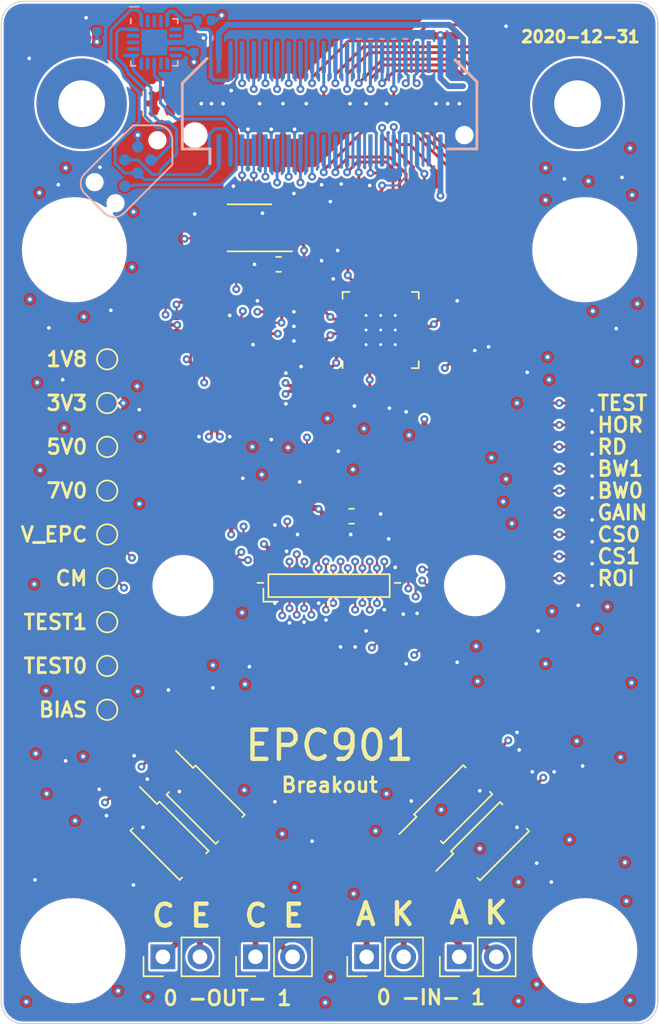
<source format=kicad_pcb>
(kicad_pcb (version 20210126) (generator pcbnew)
  (title_block (title "EPC Breakout") (date "2020-12-31") (rev "r0.1") (comment 1 "SYZYGY Pod"))
  (layers (0 "F.Cu" signal) (1 "In1.Cu" power) (2 "In2.Cu" signal) (31 "B.Cu" signal) (34 "B.Paste" user) (35 "F.Paste" user) (36 "B.SilkS" user "B.Silkscreen") (37 "F.SilkS" user "F.Silkscreen") (38 "B.Mask" user) (39 "F.Mask" user) (44 "Edge.Cuts" user))
  (net 0 "")
  (net 1 "/ADC_CLK_P")
  (net 2 "+3V3")
  (net 3 "/Peripheral MCU/MISO")
  (net 4 "/Peripheral MCU/~RESET")
  (net 5 "/SCL")
  (net 6 "/SDA")
  (net 7 "/RGA")
  (net 8 "/ADC_CLK_N")
  (net 9 "GND")
  (net 10 "/OPTO_IN1")
  (net 11 "/OPTO_IN0")
  (net 12 "/OPTO_OUT0")
  (net 13 "+5V")
  (net 14 "/OPTO_OUT1")
  (net 15 "unconnected-(J1-Pad16)")
  (net 16 "Net-(C1-Pad1)")
  (net 17 "/ADC_N")
  (net 18 "/ADC_P")
  (net 19 "/CLK_P")
  (net 20 "/CLK_N")
  (net 23 "Net-(R43-Pad2)")
  (net 30 "/VCCIO")
  (net 31 "/epc901/EPC_VDD")
  (net 32 "Net-(C17-Pad2)")
  (net 33 "/epc901/VDD_1V8")
  (net 34 "/epc901/VDD_5V0")
  (net 35 "/epc901/VDD_7V0")
  (net 36 "/SENSE")
  (net 37 "EXT_ADC_P")
  (net 38 "EXT_ADC_N")
  (net 39 "/ADC_CS")
  (net 40 "Net-(R6-Pad1)")
  (net 41 "/ADC_SCLK")
  (net 42 "Net-(R7-Pad1)")
  (net 43 "/ADC_SDIO")
  (net 44 "Net-(R8-Pad1)")
  (net 45 "EPC_SDA")
  (net 46 "EPC_SCL")
  (net 47 "/epc901/ROI_SEL")
  (net 48 "/epc901/CS1")
  (net 49 "/epc901/CS0")
  (net 50 "/epc901/GAIN")
  (net 51 "/epc901/I_BIAS")
  (net 52 "/epc901/BW0")
  (net 53 "/epc901/BW1")
  (net 54 "/epc901/RD_DIR")
  (net 55 "/epc901/HOR_BIN")
  (net 56 "/epc901/TEST_MODE")
  (net 57 "/epc901/ANA_TEST1")
  (net 58 "/epc901/ANA_TEST2")
  (net 59 "/1V8")
  (net 60 "/ADC_D0")
  (net 61 "EXT_ADC_CM")
  (net 62 "/ADC_D1")
  (net 63 "/ADC_D2")
  (net 64 "/ADC_D3")
  (net 65 "/ADC_D4")
  (net 66 "/ADC_D5")
  (net 67 "/ADC_D6")
  (net 68 "/ADC_D7")
  (net 69 "/ADC_D8")
  (net 70 "/ADC_D9")
  (net 71 "/ADC_D10")
  (net 72 "/ADC_D11")
  (net 73 "/ADC_DCO")
  (net 74 "Net-(J4-Pad1)")
  (net 75 "Net-(J5-Pad1)")
  (net 76 "Net-(J6-Pad1)")
  (net 77 "PWR_DOWN")
  (net 78 "CLR_DATA")
  (net 79 "DATA_RDY")
  (net 80 "CLR_PIX")
  (net 81 "SHUTTER")
  (net 82 "READ")
  (net 84 "/ADC_MODE")
  (net 85 "Net-(R52-Pad1)")
  (net 86 "Net-(R53-Pad1)")
  (net 87 "Net-(R54-Pad1)")
  (net 88 "Net-(R55-Pad1)")
  (net 89 "Net-(J2-Pad1)")
  (net 90 "Net-(J2-Pad2)")
  (net 91 "Net-(J4-Pad2)")
  (net 92 "Net-(J5-Pad2)")
  (net 93 "Net-(J6-Pad2)")
  (net 94 "Net-(R35-Pad2)")
  (net 95 "Net-(R36-Pad2)")
  (net 96 "Net-(R37-Pad2)")
  (net 97 "Net-(R38-Pad2)")
  (net 98 "Net-(R39-Pad2)")
  (net 99 "Net-(R40-Pad2)")
  (net 100 "Net-(R41-Pad2)")
  (net 101 "Net-(R42-Pad2)")
  (net 102 "Net-(R44-Pad2)")
  (net 103 "Net-(R45-Pad2)")
  (net 104 "Net-(R46-Pad2)")
  (net 105 "Net-(R47-Pad2)")
  (net 106 "Net-(R48-Pad1)")
  (net 107 "Net-(R49-Pad1)")
  (footprint "gsd-footprints:lensholder-m12-20mm" (layer "F.Cu") (at 129.95 121.2)
    (fp_text reference "H5" hide)
    (fp_text value "LensMount" hide)
  )
  (footprint "Resistor_SMD:R_0402_1005Metric" (layer "F.Cu") (at 124 106.992893 -135)
    (fp_text reference "R4" hide)
    (fp_text value "33R" hide)
  )
  (footprint "Capacitor_SMD:C_0402_1005Metric" (layer "F.Cu") (at 129.5 118.2 90)
    (fp_text reference "C6" hide)
    (fp_text value "1uF" hide)
  )
  (footprint "Capacitor_SMD:C_0402_1005Metric" (layer "F.Cu") (at 138 102.45 45)
    (fp_text reference "C24" hide)
    (fp_text value "0.1uF" hide)
  )
  (footprint "TestPoint:TestPoint_Pad_D1.0mm" (layer "F.Cu") (at 114.75 120.7)
    (fp_text reference "TP10" hide)
    (fp_text value "TestPoint" hide)
  )
  (footprint "Capacitor_SMD:C_0402_1005Metric" (layer "F.Cu") (at 120.75 96.935 90)
    (fp_text reference "C16" hide)
    (fp_text value "1uF" hide)
  )
  (footprint "Resistor_SMD:R_0402_1005Metric" (layer "F.Cu") (at 144.5 135.2 135)
    (fp_text reference "R51" hide)
    (fp_text value "2K2" hide)
  )
  (footprint "TestPoint:TestPoint_Pad_D1.0mm" (layer "F.Cu") (at 114.75 111.7)
    (fp_text reference "TP5" hide)
    (fp_text value "TestPoint" hide)
  )
  (footprint "Resistor_SMD:R_0402_1005Metric" (layer "F.Cu") (at 135.75 98.7 -90)
    (fp_text reference "R43" hide)
    (fp_text value "100R" hide)
  )
  (footprint "Resistor_SMD:R_0402_1005Metric" (layer "F.Cu") (at 115.5 135.2 -135)
    (fp_text reference "R52" hide)
    (fp_text value "100R" hide)
  )
  (footprint "Connector_PinHeader_2.54mm:PinHeader_1x02_P2.54mm_Vertical" (layer "F.Cu") (at 124.92 146.62 90)
    (fp_text reference "J5" hide)
    (fp_text value "Conn_01x02_Male" hide)
  )
  (footprint "Connector_PinHeader_2.54mm:PinHeader_1x02_P2.54mm_Vertical" (layer "F.Cu") (at 118.57 146.62 90)
    (fp_text reference "J2" hide)
    (fp_text value "Conn_01x02_Male" hide)
  )
  (footprint "TestPoint:TestPoint_Pad_D1.0mm" (layer "F.Cu") (at 114.75 129.7)
    (fp_text reference "TP7" hide)
    (fp_text value "TestPoint" hide)
  )
  (footprint "Connector_PinHeader_2.54mm:PinHeader_1x02_P2.54mm_Vertical" (layer "F.Cu") (at 132.54 146.62 90)
    (fp_text reference "J6" hide)
    (fp_text value "Conn_01x02_Male" hide)
  )
  (footprint "Package_SO:SOIC-4_4.55x2.6mm_P1.27mm" (layer "F.Cu") (at 141 138.7 45)
    (fp_text reference "U6" hide)
    (fp_text value "TLP291" hide)
  )
  (footprint "Resistor_SMD:R_0402_1005Metric" (layer "F.Cu") (at 139.5 100.685 -90)
    (fp_text reference "R38" hide)
    (fp_text value "100R" hide)
  )
  (footprint "TestPoint:TestPoint_Pad_D1.0mm" (layer "F.Cu") (at 114.75 114.7)
    (fp_text reference "TP6" hide)
    (fp_text value "TestPoint" hide)
  )
  (footprint "Resistor_SMD:R_0402_1005Metric" (layer "F.Cu") (at 137 107.7)
    (fp_text reference "R7" hide)
    (fp_text value "100R" hide)
  )
  (footprint "TestPoint:TestPoint_Pad_D1.0mm" (layer "F.Cu") (at 114.75 123.7)
    (fp_text reference "TP8" hide)
    (fp_text value "TestPoint" hide)
  )
  (footprint "Resistor_SMD:R_0402_1005Metric" (layer "F.Cu") (at 139 106.95)
    (fp_text reference "R8" hide)
    (fp_text value "100R" hide)
  )
  (footprint "MountingHole:MountingHole_3.2mm_M3_DIN965" (layer "F.Cu") (at 147.5 98.2 90)
    (fp_text reference "H2" hide)
    (fp_text value "MountingHole" hide)
  )
  (footprint "Resistor_SMD:R_0402_1005Metric" (layer "F.Cu") (at 128.75 103.45 180)
    (fp_text reference "R49" hide)
    (fp_text value "10K" hide)
  )
  (footprint "MountingHole:MountingHole_3.2mm_M3_DIN965" (layer "F.Cu") (at 112.4 146.2 90)
    (fp_text reference "H3" hide)
    (fp_text value "MountingHole" hide)
  )
  (footprint "Resistor_SMD:R_0402_1005Metric" (layer "F.Cu") (at 147 116.2)
    (fp_text reference "R21" hide)
    (fp_text value "DNP" hide)
  )
  (footprint "TestPoint:TestPoint_Pad_D1.0mm" (layer "F.Cu") (at 114.75 117.7)
    (fp_text reference "TP3" hide)
    (fp_text value "TestPoint" hide)
  )
  (footprint "MountingHole:MountingHole_3.2mm_M3_DIN965" (layer "F.Cu") (at 112.5 98.2 90)
    (fp_text reference "H1" hide)
    (fp_text value "MountingHole" hide)
  )
  (footprint "Resistor_SMD:R_0402_1005Metric" (layer "F.Cu") (at 133.75 123.7)
    (fp_text reference "R17" hide)
    (fp_text value "DNP" hide)
  )
  (footprint "Resistor_SMD:R_0402_1005Metric" (layer "F.Cu") (at 147 111.7)
    (fp_text reference "R29" hide)
    (fp_text value "DNP" hide)
  )
  (footprint "Resistor_SMD:R_0402_1005Metric" (layer "F.Cu") (at 141.75 102.685 -90)
    (fp_text reference "R35" hide)
    (fp_text value "100R" hide)
  )
  (footprint "Resistor_SMD:R_0402_1005Metric" (layer "F.Cu") (at 138 96.7 -90)
    (fp_text reference "R40" hide)
    (fp_text value "100R" hide)
  )
  (footprint "TestPoint:TestPoint_Pad_D1.0mm" (layer "F.Cu") (at 114.75 105.7)
    (fp_text reference "TP4" hide)
    (fp_text value "TestPoint" hide)
  )
  (footprint "Resistor_SMD:R_0402_1005Metric" (layer "F.Cu") (at 141 100.685 -90)
    (fp_text reference "R36" hide)
    (fp_text value "100R" hide)
  )
  (footprint "Capacitor_SMD:C_0402_1005Metric" (layer "F.Cu") (at 133.25 118.215 90)
    (fp_text reference "C14" hide)
    (fp_text value "2.2uF" hide)
  )
  (footprint "Capacitor_SMD:C_0402_1005Metric" (layer "F.Cu") (at 125.25 103.95 180)
    (fp_text reference "C19" hide)
    (fp_text value "1uF" hide)
  )
  (footprint "Capacitor_SMD:C_0402_1005Metric" (layer "F.Cu") (at 126.25 118.215 90)
    (fp_text reference "C13" hide)
    (fp_text value "1uF" hide)
  )
  (footprint "Resistor_SMD:R_0402_1005Metric" (layer "F.Cu") (at 142 132.7 135)
    (fp_text reference "R50" hide)
    (fp_text value "2K2" hide)
  )
  (footprint "Package_SO:MSOP-8_3x3mm_P0.65mm" (layer "F.Cu") (at 124.5 96.7 180)
    (fp_text reference "U4" hide)
    (fp_text value "LT1962-1.8" hide)
  )
  (footprint "Capacitor_SMD:C_0402_1005Metric" (layer "F.Cu") (at 129.25 106.2 180)
    (fp_text reference "C21" hide)
    (fp_text value "0.1uF" hide)
  )
  (footprint "gsd-footprints:epc901" (layer "F.Cu") (at 129.95 121.2)
    (fp_text reference "U3" hide)
    (fp_text value "EPC901" hide)
  )
  (footprint "Resistor_SMD:R_0402_1005Metric" (layer "F.Cu") (at 144.5 114.7)
    (fp_text reference "R23" hide)
    (fp_text value "0R" hide)
  )
  (footprint "TestPoint:TestPoint_Pad_D1.0mm" (layer "F.Cu") (at 114.75 126.7)
    (fp_text reference "TP9" hide)
    (fp_text value "TestPoint" hide)
  )
  (footprint "Resistor_SMD:R_0402_1005Metric" (layer "F.Cu") (at 147 119.2)
    (fp_text reference "R19" hide)
    (fp_text value "DNP" hide)
  )
  (footprint "Capacitor_SMD:C_0402_1005Metric" (layer "F.Cu") (at 128.75 104.45 180)
    (fp_text reference "C20" hide)
    (fp_text value "0.1uF" hide)
  )
  (footprint "Capacitor_SMD:C_0402_1005Metric" (layer "F.Cu") (at 133.25 108.2 -45)
    (fp_text reference "C23" hide)
    (fp_text value "0.1uF" hide)
  )
  (footprint "Resistor_SMD:R_0402_1005Metric" (layer "F.Cu") (at 122 102.7)
    (fp_text reference "R2" hide)
    (fp_text value "0R" hide)
  )
  (footprint "Resistor_SMD:R_0402_1005Metric" (layer "F.Cu") (at 147 120.7)
    (fp_text reference "R18" hide)
    (fp_text value "DNP" hide)
  )
  (footprint "gkl_logos:gsd_logo_small" (layer "F.Cu") (at 111.9 83.8)
    (fp_text reference "G***" hide)
    (fp_text value "LOGO" hide)
  )
  (footprint "Resistor_SMD:R_0402_1005Metric" (layer "F.Cu") (at 132 96.7 90)
    (fp_text reference "R48" hide)
    (fp_text value "100R" hide)
  )
  (footprint "Capacitor_SMD:C_0402_1005Metric" (layer "F.Cu") (at 131.25 98.7 90)
    (fp_text reference "C22" hide)
    (fp_text value "0.1uF" hide)
  )
  (footprint "Capacitor_SMD:C_0402_1005Metric" (layer "F.Cu") (at 125.5 106.2 135)
    (fp_text reference "C3" hide)
    (fp_text value "22pF" hide)
  )
  (footprint "Capacitor_SMD:C_0402_1005Metric" (layer "F.Cu") (at 128.75 102.45 180)
    (fp_text reference "C26" hide)
    (fp_text value "0.1uF" hide)
  )
  (footprint "Resistor_SMD:R_0402_1005Metric" (layer "F.Cu") (at 128.5 118.215 90)
    (fp_text reference "R22" hide)
    (fp_text value "56K 1% 100ppm/K" hide)
  )
  (footprint "Resistor_SMD:R_0402_1005Metric" (layer "F.Cu") (at 126.25 101.45 180)
    (fp_text reference "R34" hide)
    (fp_text value "1K" hide)
  )
  (footprint "Package_SO:SOIC-4_4.55x2.6mm_P1.27mm" (layer "F.Cu") (at 138.474874 136.174874 45)
    (fp_text reference "U8" hide)
    (fp_text value "TLP291" hide)
  )
  (footprint "Resistor_SMD:R_0402_1005Metric" (layer "F.Cu") (at 144.5 113.2)
    (fp_text reference "R24" hide)
    (fp_text value "0R" hide)
  )
  (footprint "Capacitor_SMD:C_0603_1608Metric" (layer "F.Cu") (at 126.5 99.2 180)
    (fp_text reference "C18" hide)
    (fp_text value "10uF" hide)
  )
  (footprint "Capacitor_SMD:C_0402_1005Metric" (layer "F.Cu") (at 128.5 100.7 90)
    (fp_text reference "C2" hide)
    (fp_text value "1uF" hide)
  )
  (footprint "Resistor_SMD:R_0402_1005Metric" (layer "F.Cu") (at 133.765 124.7 180)
    (fp_text reference "R11" hide)
    (fp_text value "DNP" hide)
  )
  (footprint "Resistor_SMD:R_0402_1005Metric" (layer "F.Cu") (at 147 110.2)
    (fp_text reference "R30" hide)
    (fp_text value "DNP" hide)
  )
  (footprint "Connector_PinHeader_1.00mm:PinHeader_1x01_P1.00mm_Vertical" (layer "F.Cu") (at 146.56 142.81)
    (fp_text reference "" hide)
    (fp_text value "" hide)
  )
  (footprint "Resistor_SMD:R_0402_1005Metric" (layer "F.Cu") (at 132.75 98.7 -90)
    (fp_text reference "R47" hide)
    (fp_text value "100R" hide)
  )
  (footprint "Resistor_SMD:R_0402_1005Metric" (layer "F.Cu") (at 127.985 107.7 90)
    (fp_text reference "R5" hide)
    (fp_text value "100R" hide)
  )
  (footprint "Capacitor_SMD:C_0402_1005Metric" (layer "F.Cu") (at 129.5 108.2)
    (fp_text reference "C5" hide)
    (fp_text value "0.1uF" hide)
  )
  (footprint "Resistor_SMD:R_0402_1005Metric" (layer "F.Cu") (at 144.5 117.7)
    (fp_text reference "R14" hide)
    (fp_text value "DNP" hide)
  )
  (footprint "Capacitor_SMD:C_0402_1005Metric" (layer "F.Cu") (at 131.75 124.2 -90)
    (fp_text reference "C12" hide)
    (fp_text value "DNP" hide)
  )
  (footprint "Resistor_SMD:R_0402_1005Metric" (layer "F.Cu") (at 126.235 102.45)
    (fp_text reference "R33" hide)
    (fp_text value "1K" hide)
  )
  (footprint "Resistor_SMD:R_0402_1005Metric" (layer "F.Cu") (at 137.25 98.7 -90)
    (fp_text reference "R41" hide)
    (fp_text value "100R" hide)
  )
  (footprint "Connector_PinHeader_2.54mm:PinHeader_1x02_P2.54mm_Vertical" (layer "F.Cu") (at 138.89 146.62 90)
    (fp_text reference "J4" hide)
    (fp_text value "Conn_01x02_Male" hide)
  )
  (footprint "Resistor_SMD:R_0402_1005Metric" (layer "F.Cu") (at 120 102.7)
    (fp_text reference "R1" hide)
    (fp_text value "DNP" hide)
  )
  (footprint "MountingHole:MountingHole_3.2mm_M3_DIN965" (layer "F.Cu") (at 147.5 146.2 90)
    (fp_text reference "H4" hide)
    (fp_text value "MountingHole" hide)
  )
  (footprint "Resistor_SMD:R_0402_1005Metric" (layer "F.Cu") (at 144.47 119.2)
    (fp_text reference "R13" hide)
    (fp_text value "DNP" hide)
  )
  (footprint "Package_SO:SOIC-4_4.55x2.6mm_P1.27mm" (layer "F.Cu") (at 119.025126 138.674874 -45)
    (fp_text reference "U5" hide)
    (fp_text value "TLP291" hide)
  )
  (footprint "Capacitor_SMD:C_0402_1005Metric" (layer "F.Cu") (at 130.75 124.185 -90)
    (fp_text reference "C7" hide)
    (fp_text value "1uF" hide)
  )
  (footprint "Capacitor_SMD:C_0402_1005Metric" (layer "F.Cu") (at 128.5 96.2 90)
    (fp_text reference "C17" hide)
    (fp_text value "0.01uF" hide)
  )
  (footprint "Resistor_SMD:R_0402_1005Metric" (layer "F.Cu") (at 134 140.2 -90)
    (fp_text reference "R55" hide)
    (fp_text value "100R" hide)
  )
  (footprint "Resistor_SMD:R_0402_1005Metric" (layer "F.Cu") (at 144.5 116.2)
    (fp_text reference "R16" hide)
    (fp_text value "DNP" hide)
  )
  (footprint "Package_SO:SOIC-4_4.55x2.6mm_P1.27mm" (layer "F.Cu") (at 121.5 136.2 -45)
    (fp_text reference "U7" hide)
    (fp_text value "TLP291" hide)
  )
  (footprint "Resistor_SMD:R_0402_1005Metric" (layer "F.Cu") (at 147 108.7)
    (fp_text reference "R32" hide)
    (fp_text value "0R" hide)
  )
  (footprint "Capacitor_SMD:C_0402_1005Metric" (layer "F.Cu") (at 129.485 107.2)
    (fp_text reference "C4" hide)
    (fp_text value "0.1uF" hide)
  )
  (footprint "Resistor_SMD:R_0402_1005Metric" (layer "F.Cu") (at 144.5 111.7)
    (fp_text reference "R25" hide)
    (fp_text value "0R" hide)
  )
  (footprint "Resistor_SMD:R_0402_1005Metric" (layer "F.Cu") (at 147 114.7)
    (fp_text reference "R27" hide)
    (fp_text value "DNP" hide)
  )
  (footprint "Resistor_SMD:R_0402_1005Metric" (layer "F.Cu") (at 144.5 120.7)
    (fp_text reference "R12" hide)
    (fp_text value "DNP" hide)
  )
  (footprint "Resistor_SMD:R_0402_1005Metric" (layer "F.Cu") (at 147 117.7)
    (fp_text reference "R20" hide)
    (fp_text value "DNP" hide)
  )
  (footprint "Resistor_SMD:R_0402_1005Metric" (layer "F.Cu") (at 120 103.95)
    (fp_text reference "R10" hide)
    (fp_text value "2K2" hide)
  )
  (footprint "Resistor_SMD:R_0402_1005Metric" (layer "F.Cu") (at 147 113.2)
    (fp_text reference "R28" hide)
    (fp_text value "DNP" hide)
  )
  (footprint "Resistor_SMD:R_0402_1005Metric" (layer "F.Cu") (at 136.5 96.7 -90)
    (fp_text reference "R42" hide)
    (fp_text value "100R" hide)
  )
  (footprint "Resistor_SMD:R_0402_1005Metric" (layer "F.Cu") (at 138.75 98.7 -90)
    (fp_text reference "R39" hide)
    (fp_text value "100R" hide)
  )
  (footprint "Resistor_SMD:R_0402_1005Metric" (layer "F.Cu") (at 144.5 110.2)
    (fp_text reference "R26" hide)
    (fp_text value "DNP" hide)
  )
  (footprint "Resistor_SMD:R_0402_1005Metric" (layer "F.Cu") (at 118 132.7 -135)
    (fp_text reference "R54" hide)
    (fp_text value "100R" hide)
  )
  (footprint "Capacitor_SMD:C_0402_1005Metric" (layer "F.Cu") (at 129 116.7 180)
    (fp_text reference "C11" hide)
    (fp_text value "0.1uF" hide)
  )
  (footprint "Capacitor_SMD:C_0402_1005Metric" (layer "F.Cu") (at 132.25 118.215 90)
    (fp_text reference "C15" hide)
    (fp_text value "2.2uF" hide)
  )
  (footprint "Inductor_SMD:L_0402_1005Metric" (layer "F.Cu") (at 130.5 118.185 90)
    (fp_text reference "L1" hide)
    (fp_text value "600R @100M" hide)
  )
  (footprint "Resistor_SMD:R_0402_1005Metric" (layer "F.Cu") (at 135 96.7 -90)
    (fp_text reference "R44" hide)
    (fp_text value "100R" hide)
  )
  (footprint "Resistor_SMD:R_0402_1005Metric" (layer "F.Cu") (at 144.5 108.7)
    (fp_text reference "R31" hide)
    (fp_text value "DNP" hide)
  )
  (footprint "Resistor_SMD:R_0402_1005Metric" (layer "F.Cu") (at 139 108.45)
    (fp_text reference "R6" hide)
    (fp_text value "100R" hide)
  )
  (footprint "Resistor_SMD:R_0402_1005Metric" (layer "F.Cu") (at 120 104.95)
    (fp_text reference "R9" hide)
    (fp_text value "2K2" hide)
  )
  (footprint "Resistor_SMD:R_0402_1005Metric" (layer "F.Cu") (at 124.75 107.7 45)
    (fp_text reference "R3" hide)
    (fp_text value "33R" hide)
  )
  (footprint "Capacitor_SMD:C_0603_1608Metric" (layer "F.Cu") (at 131.5 116.45)
    (fp_text reference "C8" hide)
    (fp_text value "10uF" hide)
  )
  (footprint "Resistor_SMD:R_0402_1005Metric" (layer "F.Cu") (at 137 142.7 -90)
    (fp_text reference "R53" hide)
    (fp_text value "100R" hide)
  )
  (footprint "TestPoint:TestPoint_Pad_D1.0mm" (layer "F.Cu") (at 114.75 108.7)
    (fp_text reference "TP1" hide)
    (fp_text value "TestPoint" hide)
  )
  (footprint "Package_DFN_QFN:QFN-32-1EP_5x5mm_P0.5mm_EP3.6x3.6mm_ThermalVias" (layer "F.Cu") (at 133.5 103.7 90)
    (fp_text reference "U1" hide)
    (fp_text value "AD9629" hide)
  )
  (footprint "Resistor_SMD:R_0402_1005Metric" (layer "F.Cu") (at 133.5 96.7 -90)
    (fp_text reference "R46" hide)
    (fp_text value "100R" hide)
  )
  (footprint "Capacitor_SMD:C_0402_1005Metric" (layer "F.Cu") (at 138.75 105.45 45)
    (fp_text reference "C25" hide)
    (fp_text value "1uF" hide)
  )
  (footprint "gkl_logos:oshw_small" (layer "F.Cu") (at 118.5 88.1)
    (fp_text reference "G***" hide)
    (fp_text value "LOGO" hide)
  )
  (footprint "Resistor_SMD:R_0402_1005Metric" (layer "F.Cu") (at 134.25 98.7 -90)
    (fp_text reference "R45" hide)
    (fp_text value "100R" hide)
  )
  (footprint "Resistor_SMD:R_0402_1005Metric" (layer "F.Cu") (at 140.25 102.685 -90)
    (fp_text reference "R37" hide)
    (fp_text value "100R" hide)
  )
  (footprint "Capacitor_SMD:C_0402_1005Metric" (layer "F.Cu") (at 129.5 100.7 90)
    (fp_text reference "C1" hide)
    (fp_text value "0.1uF" hide)
  )
  (footprint "gsd-footprints:SYZYGY-STD-POD" (layer "B.Cu") (at 130 88.2 180)
    (fp_text reference "J1" hide)
    (fp_text value "SYZYGY-STD" hide)
  )
  (footprint "Package_DFN_QFN:QFN-20-1EP_3x3mm_P0.45mm_EP1.6x1.6mm" (layer "B.Cu") (at 117.979 84 -90)
    (fp_text reference "U2" hide)
    (fp_text value "ATtiny44A-MMH" hide)
  )
  (footprint "Resistor_SMD:R_0402_1005Metric" (layer "B.Cu") (at 121.4 82.5 180)
    (fp_text reference "R15" hide)
    (fp_text value "10K" hide)
  )
  (footprint "Capacitor_SMD:C_0402_1005Metric" (layer "B.Cu") (at 120.7 84.2 90)
    (fp_text reference "C9" hide)
    (fp_text value "0.1uF" hide)
  )
  (footprint "Capacitor_SMD:C_0402_1005Metric" (layer "B.Cu") (at 114.05 82.765 90)
    (fp_text reference "C10" hide)
    (fp_text value "1uF" hide)
  )
  (footprint "pkl_tag_connect:TC2030-NL_SMALL" (layer "B.Cu") (at 116.4 92.5 -135)
    (fp_text reference "J3" hide)
    (fp_text value "TagConnect" hide)
  )
  (gr_line (start 151 151.2) (end 109 151.2) (layer "Edge.Cuts") (width 0.1))
  (gr_line (start 109 81.2) (end 151 81.2) (layer "Edge.Cuts") (width 0.1))
  (gr_line (start 107.5 149.7) (end 107.5 82.7) (layer "Edge.Cuts") (width 0.1))
  (gr_arc (start 109 82.7) (end 109 81.2) (angle -90) (layer "Edge.Cuts") (width 0.1))
  (gr_arc (start 109 149.7) (end 107.5 149.7) (angle -90) (layer "Edge.Cuts") (width 0.1))
  (gr_line (start 152.5 82.7) (end 152.5 149.7) (layer "Edge.Cuts") (width 0.1))
  (gr_arc (start 151 82.7) (end 152.5 82.7) (angle -90) (layer "Edge.Cuts") (width 0.1))
  (gr_arc (start 151 149.7) (end 151 151.2) (angle -90) (layer "Edge.Cuts") (width 0.1))
  (gr_text "TEST1" (at 113.5 123.7) (layer "F.SilkS") (effects (font (size 1 1) (thickness 0.2)) (justify right)))
  (gr_text "ROI" (at 148.25 120.7) (layer "F.SilkS") (effects (font (size 1 1) (thickness 0.2)) (justify left)))
  (gr_text "A K" (at 133.8 143.7) (layer "F.SilkS") (effects (font (size 1.5 1.5) (thickness 0.3))))
  (gr_text "1V8" (at 113.5 105.7) (layer "F.SilkS") (effects (font (size 1 1) (thickness 0.2)) (justify right)))
  (gr_text "CS0" (at 148.25 117.7) (layer "F.SilkS") (effects (font (size 1 1) (thickness 0.2)) (justify left)))
  (gr_text "CS1" (at 148.25 119.2) (layer "F.SilkS") (effects (font (size 1 1) (thickness 0.2)) (justify left)))
  (gr_text "GAIN" (at 148.25 116.2) (layer "F.SilkS") (effects (font (size 1 1) (thickness 0.2)) (justify left)))
  (gr_text "HOR" (at 148.25 110.2) (layer "F.SilkS") (effects (font (size 1 1) (thickness 0.2)) (justify left)))
  (gr_text "V_EPC" (at 113.5 117.7) (layer "F.SilkS") (effects (font (size 1 1) (thickness 0.2)) (justify right)))
  (gr_text "CM" (at 113.5 120.7) (layer "F.SilkS") (effects (font (size 1 1) (thickness 0.2)) (justify right)))
  (gr_text "A K" (at 140.2 143.6) (layer "F.SilkS") (effects (font (size 1.5 1.5) (thickness 0.3))))
  (gr_text "C E" (at 119.85 143.8) (layer "F.SilkS") (effects (font (size 1.5 1.5) (thickness 0.3))))
  (gr_text "0 -OUT- 1" (at 123 149.45) (layer "F.SilkS") (effects (font (size 1 1) (thickness 0.2))))
  (gr_text "5V0" (at 113.5 111.7) (layer "F.SilkS") (effects (font (size 1 1) (thickness 0.2)) (justify right)))
  (gr_text "Breakout" (at 130 134.85) (layer "F.SilkS") (effects (font (size 1 1) (thickness 0.2))))
  (gr_text "BIAS" (at 113.5 129.7) (layer "F.SilkS") (effects (font (size 1 1) (thickness 0.2)) (justify right)))
  (gr_text "0 -IN- 1" (at 136.95 149.4) (layer "F.SilkS") (effects (font (size 1 1) (thickness 0.2))))
  (gr_text "3V3" (at 113.5 108.7) (layer "F.SilkS") (effects (font (size 1 1) (thickness 0.2)) (justify right)))
  (gr_text "C E" (at 126.2 143.8) (layer "F.SilkS") (effects (font (size 1.5 1.5) (thickness 0.3))))
  (gr_text "EPC901" (at 130 132.15) (layer "F.SilkS") (effects (font (size 2 2) (thickness 0.3))))
  (gr_text "TEST" (at 148.25 108.7) (layer "F.SilkS") (effects (font (size 1 1) (thickness 0.2)) (justify left)))
  (gr_text "2020-12-31\n" (at 147.2 83.618) (layer "F.SilkS") (effects (font (size 0.8 0.8) (thickness 0.2))))
  (gr_text "BW0" (at 148.25 114.7) (layer "F.SilkS") (effects (font (size 1 1) (thickness 0.2)) (justify left)))
  (gr_text "RD" (at 148.25 111.7) (layer "F.SilkS") (effects (font (size 1 1) (thickness 0.2)) (justify left)))
  (gr_text "TEST0" (at 113.5 126.7) (layer "F.SilkS") (effects (font (size 1 1) (thickness 0.2)) (justify right)))
  (gr_text "BW1" (at 148.25 113.2) (layer "F.SilkS") (effects (font (size 1 1) (thickness 0.2)) (justify left)))
  (gr_text "7V0" (at 113.5 114.7) (layer "F.SilkS") (effects (font (size 1 1) (thickness 0.2)) (justify right)))
  (segment (start 127.7 107.5) (end 127.154005 107.5) (width 0.2) (layer "F.Cu") (net 1))
  (segment (start 128 107.2) (end 127.985 107.215) (width 0.2) (layer "F.Cu") (net 1))
  (segment (start 127.985 107.215) (end 127.7 107.5) (width 0.2) (layer "F.Cu") (net 1))
  (segment (start 129 107.2) (end 128 107.2) (width 0.2) (layer "F.Cu") (net 1))
  (segment (start 127.154005 107.5) (end 126.979005 107.325) (width 0.2) (layer "F.Cu") (net 1))
  (via (at 126.979005 107.325) (size 0.55) (drill 0.25) (layers "F.Cu" "B.Cu") (net 1))
  (via (at 135.975 86.8) (size 0.55) (drill 0.25) (layers "F.Cu" "B.Cu") (net 1))
  (segment (start 135.8 86.625) (end 135.975 86.8) (width 0.2) (layer "B.Cu") (net 1))
  (segment (start 136 86.1) (end 135.8 86.3) (width 0.2) (layer "B.Cu") (net 1))
  (segment (start 135.8 86.3) (end 135.8 86.625) (width 0.2) (layer "B.Cu") (net 1))
  (segment (start 136 85) (end 136 86.1) (width 0.2) (layer "B.Cu") (net 1))
  (segment (start 130.2 124.25) (end 130.75 123.7) (width 0.3) (layer "F.Cu") (net 2))
  (segment (start 129.5 124.25) (end 130.2 124.25) (width 0.3) (layer "F.Cu") (net 2))
  (segment (start 123.4 97.65) (end 123.375 97.675) (width 0.2) (layer "F.Cu") (net 2))
  (segment (start 120.08 97.42) (end 120.05 97.45) (width 0.15) (layer "F.Cu") (net 2))
  (segment (start 144 111.7) (end 143.235 111.7) (width 0.2) (layer "F.Cu") (net 2))
  (segment (start 144 108.7) (end 143.35 108.7) (width 0.2) (layer "F.Cu") (net 2))
  (segment (start 144 113.2) (end 143.235 113.2) (width 0.2) (layer "F.Cu") (net 2))
  (segment (start 126.55 124.75) (end 124.975011 123.175011) (width 0.3) (layer "F.Cu") (net 2))
  (segment (start 129.485 116.7) (end 129.485 116.185) (width 0.3) (layer "F.Cu") (net 2))
  (segment (start 119.515 101.965) (end 119.5 101.95) (width 0.15) (layer "F.Cu") (net 2))
  (segment (start 119.515 103.385) (end 119.55 103.35) (width 0.15) (layer "F.Cu") (net 2))
  (segment (start 130.1 116.5) (end 130.15 116.45) (width 0.15) (layer "F.Cu") (net 2))
  (segment (start 144 110.2) (end 143.235 110.2) (width 0.2) (layer "F.Cu") (net 2))
  (segment (start 123.375 97.675) (end 122.3875 97.675) (width 0.2) (layer "F.Cu") (net 2))
  (segment (start 114.9 103.35) (end 119.55 103.35) (width 0.25) (layer "F.Cu") (net 2))
  (segment (start 119.515 103.95) (end 119.515 103.385) (width 0.15) (layer "F.Cu") (net 2))
  (segment (start 123.375 95.725) (end 123.6 95.95) (width 0.2) (layer "F.Cu") (net 2))
  (segment (start 129.9 116.7) (end 130.1 116.5) (width 0.15) (layer "F.Cu") (net 2))
  (segment (start 119.515 102.7) (end 119.515 101.965) (width 0.15) (layer "F.Cu") (net 2))
  (segment (start 123.6 97.45) (end 123.4 97.65) (width 0.2) (layer "F.Cu") (net 2))
  (segment (start 125 115.95) (end 129.25 115.95) (width 0.3) (layer "F.Cu") (net 2))
  (segment (start 144 114.7) (end 143.235 114.7) (width 0.2) (layer "F.Cu") (net 2))
  (segment (start 142.85 108.7) (end 143.35 108.7) (width 0.3) (layer "F.Cu") (net 2))
  (segment (start 130.35 126.1) (end 133.55 126.1) (width 0.3) (layer "F.Cu") (net 2))
  (segment (start 119.515 104.95) (end 119.515 103.95) (width 0.15) (layer "F.Cu") (net 2))
  (segment (start 129.485 116.185) (end 129.25 115.95) (width 0.3) (layer "F.Cu") (net 2))
  (segment (start 123.6 95.95) (end 123.6 97.45) (width 0.2) (layer "F.Cu") (net 2))
  (segment (start 130.5 117.25) (end 130.7125 117.0375) (width 0.15) (layer "F.Cu") (net 2))
  (segment (start 120.75 97.42) (end 120.08 97.42) (width 0.15) (layer "F.Cu") (net 2))
  (segment (start 130.15 116.45) (end 130.7125 116.45) (width 0.15) (layer "F.Cu") (net 2))
  (segment (start 122.3875 97.675) (end 121.375 97.675) (width 0.2) (layer "F.Cu") (net 2))
  (segment (start 124.925001 116.024999) (end 125 115.95) (width 0.3) (layer "F.Cu") (net 2))
  (segment (start 144 120.7) (end 143.235 120.7) (width 0.2) (layer "F.Cu") (net 2))
  (segment (start 124.975011 119.565377) (end 124.925001 119.515367) (width 0.3) (layer "F.Cu") (net 2))
  (segment (start 121.12 97.42) (end 120.75 97.42) (width 0.2) (layer "F.Cu") (net 2))
  (segment (start 130.7125 117.0375) (end 130.7125 116.45) (width 0.15) (layer "F.Cu") (net 2))
  (segment (start 124.975011 123.175011) (end 124.975011 119.565377) (width 0.3) (layer "F.Cu") (net 2))
  (segment (start 144 117.7) (end 143.235 117.7) (width 0.2) (layer "F.Cu") (net 2))
  (segment (start 122.3875 95.725) (end 123.375 95.725) (width 0.2) (layer "F.Cu") (net 2))
  (segment (start 143.35 108.7) (end 143.235 108.7) (width 0.2) (layer "F.Cu") (net 2))
  (segment (start 129.485 116.7) (end 129.9 116.7) (width 0.15) (layer "F.Cu") (net 2))
  (segment (start 144 119.2) (end 143.235 119.2) (width 0.2) (layer "F.Cu") (net 2))
  (segment (start 130.75 121.63) (end 130.75 123.7) (width 0.15) (layer "F.Cu") (net 2))
  (segment (start 143.235 120.7) (end 143.235 108.7) (width 0.2) (layer "F.Cu") (net 2))
  (segment (start 130.5 117.7) (end 130.5 117.25) (width 0.15) (layer "F.Cu") (net 2))
  (segment (start 113.15 105.1) (end 114.9 103.35) (width 0.25) (layer "F.Cu") (net 2))
  (segment (start 124.925001 119.515367) (end 124.925001 116.024999) (width 0.3) (layer "F.Cu") (net 2))
  (segment (start 129 124.75) (end 129.5 124.25) (width 0.3) (layer "F.Cu") (net 2))
  (segment (start 144 116.2) (end 143.235 116.2) (width 0.2) (layer "F.Cu") (net 2))
  (segment (start 114.75 108.7) (end 115.85 108.7) (width 0.15) (layer "F.Cu") (net 2))
  (segment (start 114.75 108.7) (end 113.15 107.1) (width 0.25) (layer "F.Cu") (net 2))
  (segment (start 129 124.75) (end 126.55 124.75) (width 0.3) (layer "F.Cu") (net 2))
  (segment (start 121.12 97.42) (end 121.375 97.675) (width 0.2) (layer "F.Cu") (net 2))
  (segment (start 134.25 124.7) (end 134.25 125.4) (width 0.3) (layer "F.Cu") (net 2))
  (segment (start 113.15 107.1) (end 113.15 105.1) (width 0.25) (layer "F.Cu") (net 2))
  (segment (start 129 124.75) (end 130.35 126.1) (width 0.3) (layer "F.Cu") (net 2))
  (segment (start 133.55 126.1) (end 134.25 125.4) (width 0.3) (layer "F.Cu") (net 2))
  (via (at 133.15 138) (size 0.55) (drill 0.25) (layers "F.Cu" "B.Cu") (net 2))
  (via (at 122 126.65) (size 0.55) (drill 0.25) (layers "F.Cu" "B.Cu") (net 2))
  (via (at 124 123.05) (size 0.55) (drill 0.25) (layers "F.Cu" "B.Cu") (net 2))
  (via (at 125.35 113.6) (size 0.55) (drill 0.25) (layers "F.Cu" "B.Cu") (net 2))
  (via (at 135.45 110.9) (size 0.55) (drill 0.25) (layers "F.Cu" "B.Cu") (net 2))
  (via (at 129.85 109.75) (size 0.55) (drill 0.25) (layers "F.Cu" "B.Cu") (net 2))
  (via (at 145.25 122.95) (size 0.55) (drill 0.25) (layers "F.Cu" "B.Cu") (net 2))
  (via (at 109.45 101.6) (size 0.55) (drill 0.25) (layers "F.Cu" "B.Cu") (net 2))
  (via (at 144.8 126.55) (size 0.55) (drill 0.25) (layers "F.Cu" "B.Cu") (net 2))
  (via (at 116.85 90.35) (size 0.55) (drill 0.25) (layers "F.Cu" "B.Cu") (net 2))
  (via (at 137.6 83.5) (size 0.55) (drill 0.25) (layers "F.Cu" "B.Cu") (net 2))
  (via (at 119.5 101.95) (size 0.55) (drill 0.25) (layers "F.Cu" "B.Cu") (net 2))
  (via (at 110.55 128.4) (size 0.55) (drill 0.25) (layers "F.Cu" "B.Cu") (net 2))
  (via (at 140.05 125.35) (size 0.55) (drill 0.25) (layers "F.Cu" "B.Cu") (net 2))
  (via (at 141.9 115.45) (size 0.55) (drill 0.25) (layers "F.Cu" "B.Cu") (net 2))
  (via (at 131.6 113.25) (size 0.55) (drill 0.25) (layers "F.Cu" "B.Cu") (net 2))
  (via (at 140.15 127.75) (size 0.55) (drill 0.25) (layers "F.Cu" "B.Cu") (net 2))
  (via (at 120.05 97.45) (size 0.55) (drill 0.25) (layers "F.Cu" "B.Cu") (net 2))
  (via (at 115.5 148.95) (size 0.55) (drill 0.25) (layers "F.Cu" "B.Cu") (net 2))
  (via (at 148.05 102.4) (size 0.55) (drill 0.25) (layers "F.Cu" "B.Cu") (net 2))
  (via (at 146.45 138.6) (size 0.55) (drill 0.25) (layers "F.Cu" "B.Cu") (net 2))
  (via (at 109.75 121.1) (size 0.55) (drill 0.25) (layers "F.Cu" "B.Cu") (net 2))
  (via (at 119.55 103.35) (size 0.55) (drill 0.25) (layers "F.Cu" "B.Cu") (net 2))
  (via (at 149.95 132.95) (size 0.55) (drill 0.25) (layers "F.Cu" "B.Cu") (net 2))
  (via (at 109.85 132.7) (size 0.55) (drill 0.25) (layers "F.Cu" "B.Cu") (net 2))
  (via (at 127.15 111.75) (size 0.55) (drill 0.25) (layers "F.Cu" "B.Cu") (net 2))
  (via (at 115.85 108.7) (size 0.55) (drill 0.25) (layers "F.Cu" "B.Cu") (net 2))
  (via (at 116.55 95.6) (size 0.55) (drill 0.25) (layers "F.Cu" "B.Cu") (net 2))
  (via (at 127.6 141.85) (size 0.55) (drill 0.25) (layers "F.Cu" "B.Cu") (net 2))
  (via (at 142.95 149.65) (size 0.55) (drill 0.25) (layers "F.Cu" "B.Cu") (net 2))
  (via (at 110.1 94.3) (size 0.55) (drill 0.25) (layers "F.Cu" "B.Cu") (net 2))
  (via (at 117.55 149.35) (size 0.55) (drill 0.25) (layers "F.Cu" "B.Cu") (net 2))
  (via (at 148.35 124.15) (size 0.55) (drill 0.25) (layers "F.Cu" "B.Cu") (net 2))
  (via (at 110.15 113.3) (size 0.55) (drill 0.25) (layers "F.Cu" "B.Cu") (net 2))
  (via (at 149.05 122.65) (size 0.55) (drill 0.25) (layers "F.Cu" "B.Cu") (net 2))
  (via (at 141.1 112.45) (size 0.55) (drill 0.25) (layers "F.Cu" "B.Cu") (net 2))
  (via (at 142.5 116.95) (size 0.55) (drill 0.25) (layers "F.Cu" "B.Cu") (net 2))
  (via (at 116.45 99.4) (size 0.55) (drill 0.25) (layers "F.Cu" "B.Cu") (net 2))
  (via (at 142.1 113.9) (size 0.55) (drill 0.25) (layers "F.Cu" "B.Cu") (net 2))
  (via (at 114.05 83.965) (size 0.55) (drill 0.25) (layers "F.Cu" "B.Cu") (net 2))
  (via (at 113.1 132.9) (size 0.55) (drill 0.25) (layers "F.Cu" "B.Cu") (net 2))
  (via (at 140.3 139.2) (size 0.55) (drill 0.25) (layers "F.Cu" "B.Cu") (net 2))
  (via (at 150.75 94.45) (size 0.55) (drill 0.25) (layers "F.Cu" "B.Cu") (net 2))
  (via (at 144.2 148.5) (size 0.55) (drill 0.25) (layers "F.Cu" "B.Cu") (net 2))
  (via (at 131.65 142.3) (size 0.55) (drill 0.25) (layers "F.Cu" "B.Cu") (net 2))
  (via (at 120.7 85.35) (size 0.55) (drill 0.25) (layers "F.Cu" "B.Cu") (net 2))
  (via (at 129.25 115.95) (size 0.55) (drill 0.25) (layers "F.Cu" "B.Cu") (net 2))
  (via (at 124.15 135.2) (size 0.55) (drill 0.25) (layers "F.Cu" "B.Cu") (net 2))
  (via (at 150.6 91.25) (size 0.55) (drill 0.25) (layers "F.Cu" "B.Cu") (net 2))
  (via (at 111.8 110.4) (size 0.55) (drill 0.25) (layers "F.Cu" "B.Cu") (net 2))
  (via (at 146.95 131.85) (size 0.55) (drill 0.25) (layers "F.Cu" "B.Cu") (net 2))
  (via (at 137.65 136.55) (size 0.55) (drill 0.25) (layers "F.Cu" "B.Cu") (net 2))
  (via (at 117 111) (size 0.55) (drill 0.25) (layers "F.Cu" "B.Cu") (net 2))
  (via (at 150.7 127.85) (size 0.55) (drill 0.25) (layers "F.Cu" "B.Cu") (net 2))
  (via (at 150.6 149.6) (size 0.55) (drill 0.25) (layers "F.Cu" "B.Cu") (net 2))
  (via (at 109.2 149.7) (size 0.55) (drill 0.25) (layers "F.Cu" "B.Cu") (net 2))
  (via (at 142.95 141.5) (size 0.55) (drill 0.25) (layers "F.Cu" "B.Cu") (net 2))
  (via (at 109.95 107.3) (size 0.55) (drill 0.25) (layers "F.Cu" "B.Cu") (net 2))
  (via (at 110.6 135.45) (size 0.55) (drill 0.25) (layers "F.Cu" "B.Cu") (net 2))
  (via (at 151.1 101.9) (size 0.55) (drill 0.25) (layers "F.Cu" "B.Cu") (net 2))
  (via (at 112.55 137.3) (size 0.55) (drill 0.25) (layers "F.Cu" "B.Cu") (net 2))
  (via (at 144.8 92.6) (size 0.55) (drill 0.25) (layers "F.Cu" "B.Cu") (net 2))
  (via (at 116.8 107.55) (size 0.55) (drill 0.25) (layers "F.Cu" "B.Cu") (net 2))
  (via (at 144.8 94.8) (size 0.55) (drill 0.25) (layers "F.Cu" "B.Cu") (net 2))
  (via (at 144.95 105.55) (size 0.55) (drill 0.25) (layers "F.Cu" "B.Cu") (net 2))
  (via (at 147.75 93.5) (size 0.55) (drill 0.25) (layers "F.Cu" "B.Cu") (net 2))
  (via (at 132.35 110.45) (size 0.55) (drill 0.25) (layers "F.Cu" "B.Cu") (net 2))
  (via (at 151.1 105.85) (size 0.55) (drill 0.25) (layers "F.Cu" "B.Cu") (net 2))
  (via (at 150.35 142.8) (size 0.55) (drill 0.25) (layers "F.Cu" "B.Cu") (net 2))
  (via (at 150.25 140.15) (size 0.55) (drill 0.25) (layers "F.Cu" "B.Cu") (net 2))
  (via (at 124.7 111.7) (size 0.55) (drill 0.25) (layers "F.Cu" "B.Cu") (net 2))
  (via (at 111.9 92.6) (size 0.55) (drill 0.25) (layers "F.Cu" "B.Cu") (net 2))
  (via (at 130.05 148) (size 0.55) (drill 0.25) (layers "F.Cu" "B.Cu") (net 2))
  (via (at 133.9 135.45) (size 0.55) (drill 0.25) (layers "F.Cu" "B.Cu") (net 2))
  (via (at 116.85 128.45) (size 0.55) (drill 0.25) (layers "F.Cu" "B.Cu") (net 2))
  (via (at 145.05 107.1) (size 0.55) (drill 0.25) (layers "F.Cu" "B.Cu") (net 2))
  (via (at 113.15 102.8) (size 0.55) (drill 0.25) (layers "F.Cu" "B.Cu") (net 2))
  (via (at 126.75 138.2) (size 0.55) (drill 0.25) (layers "F.Cu" "B.Cu") (net 2))
  (via (at 116.95 115.6) (size 0.55) (drill 0.25) (layers "F.Cu" "B.Cu") (net 2))
  (via (at 122.6 82.15) (size 0.55) (drill 0.25) (layers "F.Cu" "B.Cu") (net 2))
  (via (at 124.2 127.95) (size 0.55) (drill 0.25) (layers "F.Cu" "B.Cu") (net 2))
  (via (at 129.7 149.75) (size 0.55) (drill 0.25) (layers "F.Cu" "B.Cu") (net 2))
  (via (at 142.85 108.7) (size 0.55) (drill 0.25) (layers "F.Cu" "B.Cu") (net 2))
  (segment (start 137.6 85) (end 137.6 83.5) (width 0.4) (layer "B.Cu") (net 2))
  (segment (start 120.665 84.65) (end 120.7 84.685) (width 0.25) (layer "B.Cu") (net 2))
  (segment (start 116.849013 91.152962) (end 116.849013 90.350987) (width 0.2) (layer "B.Cu") (net 2))
  (segment (start 138.15 87) (end 137.6 86.45) (width 0.4) (layer "B.Cu") (net 2))
  (segment (start 121.885 82.5) (end 122.25 82.5) (width 0.25) (layer "B.Cu") (net 2))
  (segment (start 139.15 87) (end 138.15 87) (width 0.4) (layer "B.Cu") (net 2))
  (segment (start 119.429 84.45) (end 120 84.45) (width 0.25) (layer "B.Cu") (net 2))
  (segment (start 116.849013 90.350987) (end 116.85 90.35) (width 0.2) (layer "B.Cu") (net 2))
  (segment (start 120.7 84.685) (end 120.7 85.35) (width 0.25) (layer "B.Cu") (net 2))
  (segment (start 137.6 86.45) (end 137.6 85) (width 0.4) (layer "B.Cu") (net 2))
  (segment (start 122.25 82.5) (end 122.6 82.15) (width 0.25) (layer "B.Cu") (net 2))
  (segment (start 120.2 84.65) (end 120.665 84.65) (width 0.25) (layer "B.Cu") (net 2))
  (segment (start 120 84.45) (end 120.2 84.65) (width 0.25) (layer "B.Cu") (net 2))
  (segment (start 114.05 83.25) (end 114.05 83.965) (width 0.25) (layer "B.Cu") (net 2))
  (segment (start 118.15 89.85) (end 118.8 89.85) (width 0.2) (layer "B.Cu") (net 3))
  (segment (start 118.099013 92.050987) (end 117.747038 92.050987) (width 0.2) (layer "B.Cu") (net 3))
  (segment (start 116.1875 86.1125) (end 117.35 87.275) (width 0.2) (layer "B.Cu") (net 3))
  (segment (start 116.529 83.1) (end 115.65 83.1) (width 0.2) (layer "B.Cu") (net 3))
  (segment (start 117.35 87.275) (end 117.35 89.05) (width 0.2) (layer "B.Cu") (net 3))
  (segment (start 117.35 89.05) (end 118.15 89.85) (width 0.2) (layer "B.Cu") (net 3))
  (segment (start 116 85.65) (end 116.1875 86.1125) (width 0.2) (layer "B.Cu") (net 3))
  (segment (start 115.4 83.35) (end 115.4 85.05) (width 0.2) (layer "B.Cu") (net 3))
  (segment (start 115.65 83.1) (end 115.4 83.35) (width 0.2) (layer "B.Cu") (net 3))
  (segment (start 119.1 90.15) (end 119.1 91.05) (width 0.2) (layer "B.Cu") (net 3))
  (segment (start 119.1 91.05) (end 118.099013 92.050987) (width 0.2) (layer "B.Cu") (net 3))
  (segment (start 115.4 85.05) (end 116 85.65) (width 0.2) (layer "B.Cu") (net 3))
  (segment (start 118.8 89.85) (end 119.1 90.15) (width 0.2) (layer "B.Cu") (net 3))
  (segment (start 121.55 89.25) (end 122.8 89.25) (width 0.2) (layer "B.Cu") (net 4))
  (segment (start 122.55 93.75) (end 116.6 93.75) (width 0.2) (layer "B.Cu") (net 4))
  (segment (start 123.6 90.05) (end 123.6 92.7) (width 0.2) (layer "B.Cu") (net 4))
  (segment (start 122.8 89.25) (end 123.6 90.05) (width 0.2) (layer "B.Cu") (net 4))
  (segment (start 123.6 92.7) (end 122.55 93.75) (width 0.2) (layer "B.Cu") (net 4))
  (segment (start 116.6 93.75) (end 116.5 93.85) (width 0.2) (layer "B.Cu") (net 4))
  (segment (start 121.45 89.25) (end 119.5 89.25) (width 0.2) (layer "B.Cu") (net 4))
  (segment (start 117.979 86.279) (end 117.979 86.179) (width 0.2) (layer "B.Cu") (net 4))
  (segment (start 119.5 89.25) (end 118.4 88.15) (width 0.2) (layer "B.Cu") (net 4))
  (segment (start 118.4 88.15) (end 118.4 86.7) (width 0.2) (layer "B.Cu") (net 4))
  (segment (start 121.55 89.25) (end 121.45 89.25) (width 0.2) (layer "B.Cu") (net 4))
  (segment (start 117.979 85.45) (end 117.979 86.179) (width 0.2) (layer "B.Cu") (net 4))
  (segment (start 116.497038 93.847038) (end 115.950987 93.847038) (width 0.2) (layer "B.Cu") (net 4))
  (segment (start 116.5 93.85) (end 116.497038 93.847038) (width 0.2) (layer "B.Cu") (net 4))
  (segment (start 118.4 86.7) (end 117.979 86.279) (width 0.2) (layer "B.Cu") (net 4))
  (segment (start 121.6 93.4) (end 117.3 93.4) (width 0.2) (layer "B.Cu") (net 5))
  (segment (start 115.949013 92.949013) (end 115.3 92.3) (width 0.2) (layer "B.Cu") (net 5))
  (segment (start 116.85 81.8) (end 117.079 82.029) (width 0.2) (layer "B.Cu") (net 5))
  (segment (start 117.3 93.4) (end 116.849013 92.949013) (width 0.2) (layer "B.Cu") (net 5))
  (segment (start 116.35 81.8) (end 116.85 81.8) (width 0.2) (layer "B.Cu") (net 5))
  (segment (start 117.079 82.029) (end 117.079 82.55) (width 0.2) (layer "B.Cu") (net 5))
  (segment (start 115 85.15) (end 115 83.15) (width 0.2) (layer "B.Cu") (net 5))
  (segment (start 115.3 91.1) (end 116.95 89.45) (width 0.2) (layer "B.Cu") (net 5))
  (segment (start 115 83.15) (end 116.35 81.8) (width 0.2) (layer "B.Cu") (net 5))
  (segment (start 122.4 91.4) (end 122.4 92.6) (width 0.2) (layer "B.Cu") (net 5))
  (segment (start 116.849013 92.949013) (end 115.949013 92.949013) (width 0.2) (layer "B.Cu") (net 5))
  (segment (start 116.95 87.45) (end 115.9 86.4) (width 0.2) (layer "B.Cu") (net 5))
  (segment (start 115.9 86.4) (end 115.7 85.85) (width 0.2) (layer "B.Cu") (net 5))
  (segment (start 115.7 85.85) (end 115 85.15) (width 0.2) (layer "B.Cu") (net 5))
  (segment (start 115.3 92.3) (end 115.3 91.1) (width 0.2) (layer "B.Cu") (net 5))
  (segment (start 122.4 92.6) (end 121.6 93.4) (width 0.2) (layer "B.Cu") (net 5))
  (segment (start 116.95 89.45) (end 116.95 87.45) (width 0.2) (layer "B.Cu") (net 5))
  (segment (start 116.529 85.879) (end 117.75 87.1) (width 0.2) (layer "B.Cu") (net 6))
  (segment (start 119.5 91.65) (end 118.4 92.75) (width 0.2) (layer "B.Cu") (net 6))
  (segment (start 118.4 93.05) (end 121.15 93.05) (width 0.2) (layer "B.Cu") (net 6))
  (segment (start 117.85 93.05) (end 118.4 93.05) (width 0.2) (layer "B.Cu") (net 6))
  (segment (start 116.529 84.9) (end 116.529 85.879) (width 0.2) (layer "B.Cu") (net 6))
  (segment (start 117.75 88.85) (end 118.35 89.45) (width 0.2) (layer "B.Cu") (net 6))
  (segment (start 123.2 90.25) (end 123.2 91.4) (width 0.2) (layer "B.Cu") (net 6))
  (segment (start 121.15 93.05) (end 121.75 92.45) (width 0.2) (layer "B.Cu") (net 6))
  (segment (start 116.850987 92.050987) (end 117.85 93.05) (width 0.2) (layer "B.Cu") (net 6))
  (segment (start 119 89.45) (end 119.5 89.95) (width 0.2) (layer "B.Cu") (net 6))
  (segment (start 118.4 92.75) (end 118.4 93.05) (width 0.2) (layer "B.Cu") (net 6))
  (segment (start 115.950987 92.050987) (end 116.850987 92.050987) (width 0.2) (layer "B.Cu") (net 6))
  (segment (start 121.75 90.3) (end 122.15 89.9) (width 0.2) (layer "B.Cu") (net 6))
  (segment (start 122.15 89.9) (end 122.85 89.9) (width 0.2) (layer "B.Cu") (net 6))
  (segment (start 121.75 92.45) (end 121.75 90.3) (width 0.2) (layer "B.Cu") (net 6))
  (segment (start 122.85 89.9) (end 123.2 90.25) (width 0.2) (layer "B.Cu") (net 6))
  (segment (start 118.35 89.45) (end 119 89.45) (width 0.2) (layer "B.Cu") (net 6))
  (segment (start 116.529 84.9) (end 115.9 84.9) (width 0.2) (layer "B.Cu") (net 6))
  (segment (start 117.75 87.1) (end 117.75 88.85) (width 0.2) (layer "B.Cu") (net 6))
  (segment (start 119.5 89.95) (end 119.5 91.65) (width 0.2) (layer "B.Cu") (net 6))
  (segment (start 118.879 82.071) (end 119.05 81.9) (width 0.25) (layer "B.Cu") (net 7))
  (segment (start 118.879 82.55) (end 118.879 82.071) (width 0.25) (layer "B.Cu") (net 7))
  (segment (start 121.85 86.35) (end 121.85 83.3) (width 0.25) (layer "B.Cu") (net 7))
  (segment (start 121.1 83.1) (end 120.915 82.915) (width 0.25) (layer "B.Cu") (net 7))
  (segment (start 123.05 86.6) (end 122.1 86.6) (width 0.25) (layer "B.Cu") (net 7))
  (segment (start 123.2 86.45) (end 123.05 86.6) (width 0.25) (layer "B.Cu") (net 7))
  (segment (start 119.95 82.5) (end 120.915 82.5) (width 0.25) (layer "B.Cu") (net 7))
  (segment (start 121.65 83.1) (end 121.1 83.1) (width 0.25) (layer "B.Cu") (net 7))
  (segment (start 123.2 85) (end 123.2 86.45) (width 0.25) (layer "B.Cu") (net 7))
  (segment (start 119.35 81.9) (end 119.95 82.5) (width 0.25) (layer "B.Cu") (net 7))
  (segment (start 122.1 86.6) (end 121.85 86.35) (width 0.25) (layer "B.Cu") (net 7))
  (segment (start 120.915 82.915) (end 120.915 82.5) (width 0.25) (layer "B.Cu") (net 7))
  (segment (start 119.05 81.9) (end 119.35 81.9) (width 0.25) (layer "B.Cu") (net 7))
  (segment (start 121.85 83.3) (end 121.65 83.1) (width 0.25) (layer "B.Cu") (net 7))
  (segment (start 127.154005 107.9) (end 126.979005 108.075) (width 0.2) (layer "F.Cu") (net 8))
  (segment (start 128 108.2) (end 127.985 108.185) (width 0.2) (layer "F.Cu") (net 8))
  (segment (start 127.7 107.9) (end 127.154005 107.9) (width 0.2) (layer "F.Cu") (net 8))
  (segment (start 127.985 108.185) (end 127.7 107.9) (width 0.2) (layer "F.Cu") (net 8))
  (segment (start 129.015 108.2) (end 128 108.2) (width 0.2) (layer "F.Cu") (net 8))
  (via (at 126.979005 108.075) (size 0.55) (drill 0.25) (layers "F.Cu" "B.Cu") (net 8))
  (via (at 135.225 86.8) (size 0.55) (drill 0.25) (layers "F.Cu" "B.Cu") (net 8))
  (segment (start 135.4 86.3) (end 135.4 86.625) (width 0.2) (layer "B.Cu") (net 8))
  (segment (start 135.2 85) (end 135.2 86.1) (width 0.2) (layer "B.Cu") (net 8))
  (segment (start 135.4 86.625) (end 135.225 86.8) (width 0.2) (layer "B.Cu") (net 8))
  (segment (start 135.2 86.1) (end 135.4 86.3) (width 0.2) (layer "B.Cu") (net 8))
  (segment (start 147.485 113.2) (end 147.5 113.2) (width 0.2) (layer "F.Cu") (net 9))
  (segment (start 131.48 117.73) (end 131.45 117.7) (width 0.15) (layer "F.Cu") (net 9))
  (segment (start 133.35 116.45) (end 133.5 116.3) (width 0.15) (layer "F.Cu") (net 9))
  (segment (start 131.25 98.215) (end 130.585 98.215) (width 0.15) (layer "F.Cu") (net 9))
  (segment (start 128.765 106.2) (end 128.05 106.2) (width 0.2) (layer "F.Cu") (net 9))
  (segment (start 147.5 114.7) (end 148 115.2) (width 0.2) (layer "F.Cu") (net 9))
  (segment (start 130.235 100.215) (end 130.25 100.2) (width 0.2) (layer "F.Cu") (net 9))
  (segment (start 124.765 103.95) (end 124.765 104.685) (width 0.2) (layer "F.Cu") (net 9))
  (segment (start 126.6125 95.725) (end 125.425 95.725) (width 0.2) (layer "F.Cu") (net 9))
  (segment (start 122.485 102.7) (end 123.15 102.7) (width 0.2) (layer "F.Cu") (net 9))
  (segment (start 132.3 117.1) (end 132.2875 117.0875) (width 0.15) (layer "F.Cu") (net 9))
  (segment (start 147.5 117.7) (end 148 118.2) (width 0.2) (layer "F.Cu") (net 9))
  (segment (start 133.78 117.73) (end 134.05 118) (width 0.15) (layer "F.Cu") (net 9))
  (segment (start 129.25 121.63) (end 129.25 122.4) (width 0.15) (layer "F.Cu") (net 9))
  (segment (start 118.75289 134.35289) (end 119.7 135.3) (width 0.2) (layer "F.Cu") (net 9))
  (segment (start 143.74711 136.850916) (end 143.74711 136.85289) (width 0.2) (layer "F.Cu") (net 9))
  (segment (start 134.235 123.7) (end 134.235 123.335) (width 0.15) (layer "F.Cu") (net 9))
  (segment (start 125.425 95.725) (end 125.4 95.7) (width 0.2) (layer "F.Cu") (net 9))
  (segment (start 147.485 114.7) (end 147.5 114.7) (width 0.2) (layer "F.Cu") (net 9))
  (segment (start 147.5 108.7) (end 148 109.2) (width 0.2) (layer "F.Cu") (net 9))
  (segment (start 128.265 103.45) (end 127.55 103.45) (width 0.2) (layer "F.Cu") (net 9))
  (segment (start 132.2875 117.0875) (end 132.2875 116.45) (width 0.15) (layer "F.Cu") (net 9))
  (segment (start 132.2875 116.45) (end 133.35 116.45) (width 0.15) (layer "F.Cu") (net 9))
  (segment (start 147.485 108.7) (end 147.5 108.7) (width 0.2) (layer "F.Cu") (net 9))
  (segment (start 116.278016 136.828016) (end 117.2 137.75) (width 0.2) (layer "F.Cu") (net 9))
  (segment (start 134.235 123.335) (end 133.75 122.85) (width 0.15) (layer "F.Cu") (net 9))
  (segment (start 147.5 111.7) (end 148 112.2) (width 0.2) (layer "F.Cu") (net 9))
  (segment (start 126.25 121.63) (end 126.25 122.4) (width 0.15) (layer "F.Cu") (net 9))
  (segment (start 141.221984 134.32579) (end 141.221984 134.328016) (width 0.2) (layer "F.Cu") (net 9))
  (segment (start 138.342947 102.107053) (end 138.75 101.7) (width 0.2) (layer "F.Cu") (net 9))
  (segment (start 147.485 119.2) (end 147.5 119.2) (width 0.2) (layer "F.Cu") (net 9))
  (segment (start 129.5 117.715) (end 128.515 117.715) (width 0.15) (layer "F.Cu") (net 9))
  (segment (start 132.25 117.73) (end 131.48 117.73) (width 0.15) (layer "F.Cu") (net 9))
  (segment (start 125.765 101.45) (end 125.3 101.45) (width 0.2) (layer "F.Cu") (net 9))
  (segment (start 124.765 104.685) (end 124.75 104.7) (width 0.2) (layer "F.Cu") (net 9))
  (segment (start 126.75 120.77) (end 126.75 119.15) (width 0.15) (layer "F.Cu") (net 9))
  (segment (start 116.278016 136.82579) (end 116.278016 136.828016) (width 0.2) (layer "F.Cu") (net 9))
  (segment (start 147.485 116.2) (end 147.5 116.2) (width 0.2) (layer "F.Cu") (net 9))
  (segment (start 125.3 101.45) (end 125.05 101.7) (width 0.2) (layer "F.Cu") (net 9))
  (segment (start 128.265 104.45) (end 127.55 104.45) (width 0.2) (layer "F.Cu") (net 9))
  (segment (start 129.5 100.215) (end 130.235 100.215) (width 0.2) (layer "F.Cu") (net 9))
  (segment (start 147.485 117.7) (end 147.5 117.7) (width 0.2) (layer "F.Cu") (net 9))
  (segment (start 128.5 100.215) (end 129.5 100.215) (width 0.2) (layer "F.Cu") (net 9))
  (segment (start 147.485 111.7) (end 147.5 111.7) (width 0.2) (layer "F.Cu") (net 9))
  (segment (start 132.25 117.73) (end 132.25 117.15) (width 0.15) (layer "F.Cu") (net 9))
  (segment (start 128.5 117.73) (end 127.83 117.73) (width 0.15) (layer "F.Cu") (net 9))
  (segment (start 133.25 117.73) (end 133.78 117.73) (width 0.15) (layer "F.Cu") (net 9))
  (segment (start 128.515 117.715) (end 128.5 117.73) (width 0.15) (layer "F.Cu") (net 9))
  (segment (start 141.221984 134.328016) (end 140.3 135.25) (width 0.2) (layer "F.Cu") (net 9))
  (segment (start 147.5 110.2) (end 148 110.7) (width 0.2) (layer "F.Cu") (net 9))
  (segment (start 128.515 116.7) (end 128.515 117.715) (width 0.15) (layer "F.Cu") (net 9))
  (segment (start 133.592947 108.542947) (end 134.1 109.05) (width 0.2) (layer "F.Cu") (net 9))
  (segment (start 143.74711 136.85289) (end 142.85 137.75) (width 0.2) (layer "F.Cu") (net 9))
  (segment (start 130.585 98.215) (end 130.55 98.25) (width 0.15) (layer "F.Cu") (net 9))
  (segment (start 147.5 116.2) (end 148 116.7) (width 0.2) (layer "F.Cu") (net 9))
  (segment (start 126.25 117.73) (end 126.25 117.05) (width 0.15) (layer "F.Cu") (net 9))
  (segment (start 128.265 102.45) (end 127.55 102.45) (width 0.2) (layer "F.Cu") (net 9))
  (segment (start 133.75 121.63) (end 133.75 122.85) (width 0.15) (layer "F.Cu") (net 9))
  (segment (start 131.75 124.685) (end 131.75 125.4) (width 0.15) (layer "F.Cu") (net 9))
  (segment (start 147.485 110.2) (end 147.5 110.2) (width 0.2) (layer "F.Cu") (net 9))
  (segment (start 125.7125 99.2) (end 124.85 99.2) (width 0.2) (layer "F.Cu") (net 9))
  (segment (start 147.485 120.7) (end 147.5 120.7) (width 0.2) (layer "F.Cu") (net 9))
  (segment (start 139.942947 105.107053) (end 139.95 105.1) (width 0.2) (layer "F.Cu") (net 9))
  (segment (start 132.25 117.15) (end 132.3 117.1) (width 0.15) (layer "F.Cu") (net 9))
  (segment (start 139.092947 105.107053) (end 139.942947 105.107053) (width 0.2) (layer "F.Cu") (net 9))
  (segment (start 118.75289 134.350916) (end 118.75289 134.35289) (width 0.2) (layer "F.Cu") (net 9))
  (segment (start 127.83 117.73) (end 127.8 117.7) (width 0.15) (layer "F.Cu") (net 9))
  (segment (start 147.5 113.2) (end 148 113.7) (width 0.2) (layer "F.Cu") (net 9))
  (segment (start 126.75 119.15) (end 127.05 118.85) (width 0.15) (layer "F.Cu") (net 9))
  (segment (start 147.5 120.7) (end 148 121.2) (width 0.2) (layer "F.Cu") (net 9))
  (segment (start 147.5 119.2) (end 148 119.7) (width 0.2) (layer "F.Cu") (net 9))
  (segment (start 130.75 124.67) (end 130.75 125.4) (width 0.15) (layer "F.Cu") (net 9))
  (segment (start 120.75 96.45) (end 120.75 95.75) (width 0.2) (layer "F.Cu") (net 9))
  (via (at 111.9 133.2) (size 0.55) (drill 0.25) (layers "F.Cu" "B.Cu") (net 9))
  (via (at 132.75 93.8) (size 0.55) (drill 0.25) (layers "F.Cu" "B.Cu") (net 9))
  (via (at 149.65 103.6) (size 0.55) (drill 0.25) (layers "F.Cu" "B.Cu") (net 9))
  (via (at 142.1 82.9) (size 0.55) (drill 0.25) (layers "F.Cu" "B.Cu") (net 9))
  (via (at 125.2 88.2) (size 0.55) (drill 0.25) (layers "F.Cu" "B.Cu") (net 9))
  (via (at 127 106.65) (size 0.55) (drill 0.25) (layers "F.Cu" "B.Cu") (net 9))
  (via (at 134.1 109.05) (size 0.55) (drill 0.25) (layers "F.Cu" "B.Cu") (net 9))
  (via (at 128.8 138.7) (size 0.55) (drill 0.25) (layers "F.Cu" "B.Cu") (net 9))
  (via (at 148 118.2) (size 0.55) (drill 0.25) (layers "F.Cu" "B.Cu") (net 9))
  (via (at 139.95 105.1) (size 0.55) (drill 0.25) (layers "F.Cu" "B.Cu") (net 9))
  (via (at 124.85 99.2) (size 0.55) (drill 0.25) (layers "F.Cu" "B.Cu") (net 9))
  (via (at 144.3 124.3) (size 0.55) (drill 0.25) (layers "F.Cu" "B.Cu") (net 9))
  (via (at 134.05 118) (size 0.55) (drill 0.25) (layers "F.Cu" "B.Cu") (net 9))
  (via (at 137.3 88.2) (size 0.55) (drill 0.25) (layers "F.Cu" "B.Cu") (net 9))
  (via (at 147.05 122.55) (size 0.55) (drill 0.25) (layers "F.Cu" "B.Cu") (net 9))
  (via (at 128.4 88.2) (size 0.55) (drill 0.25) (layers "F.Cu" "B.Cu") (net 9))
  (via (at 124.4 89.95) (size 0.55) (drill 0.25) (layers "F.Cu" "B.Cu") (net 9))
  (via (at 123.15 102.7) (size 0.55) (drill 0.25) (layers "F.Cu" "B.Cu") (net 9))
  (via (at 130.8 93.7) (size 0.55) (drill 0.25) (layers "F.Cu" "B.Cu") (net 9))
  (via (at 121.05 111) (size 0.55) (drill 0.25) (layers "F.Cu" "B.Cu") (net 9))
  (via (at 131.4 88.2) (size 0.55) (drill 0.25) (layers "F.Cu" "B.Cu") (net 9))
  (via (at 138.75 126.45) (size 0.55) (drill 0.25) (layers "F.Cu" "B.Cu") (net 9))
  (via (at 131.7 108.9) (size 0.55) (drill 0.25) (layers "F.Cu" "B.Cu") (net 9))
  (via (at 132.5 88.2) (size 0.55) (drill 0.25) (layers "F.Cu" "B.Cu") (net 9))
  (via (at 130.05 94.9) (size 0.55) (drill 0.25) (layers "F.Cu" "B.Cu") (net 9))
  (via (at 119.7 135.3) (size 0.55) (drill 0.25) (layers "F.Cu" "B.Cu") (net 9))
  (via (at 128.05 106.2) (size 0.55) (drill 0.25) (layers "F.Cu" "B.Cu") (net 9))
  (via (at 138.9 88.2) (size 0.55) (drill 0.25) (layers "F.Cu" "B.Cu") (net 9))
  (via (at 143 132.45) (size 0.55) (drill 0.25) (layers "F.Cu" "B.Cu") (net 9))
  (via (at 127.95 114.1) (size 0.55) (drill 0.25) (layers "F.Cu" "B.Cu") (net 9))
  (via (at 132.5 124.3) (size 0.55) (drill 0.25) (layers "F.Cu" "B.Cu") (net 9))
  (via (at 123.4 93.85) (size 0.55) (drill 0.25) (layers "F.Cu" "B.Cu") (net 9))
  (via (at 135.6 135.95) (size 0.55) (drill 0.25) (layers "F.Cu" "B.Cu") (net 9))
  (via (at 113.3 82.315) (size 0.55) (drill 0.25) (layers "F.Cu" "B.Cu") (net 9))
  (via (at 126.25 122.4) (size 0.55) (drill 0.25) (layers "F.Cu" "B.Cu") (net 9))
  (via (at 124.75 104.7) (size 0.55) (drill 0.25) (layers "F.Cu" "B.Cu") (net 9))
  (via (at 148 112.2) (size 0.55) (drill 0.25) (layers "F.Cu" "B.Cu") (net 9))
  (via (at 114.7 136.95) (size 0.55) (drill 0.25) (layers "F.Cu" "B.Cu") (net 9))
  (via (at 140.9 104.85) (size 0.55) (drill 0.25) (layers "F.Cu" "B.Cu") (net 9))
  (via (at 130.25 100.2) (size 0.55) (drill 0.25) (layers "F.Cu" "B.Cu") (net 9))
  (via (at 116.6 132.85) (size 0.55) (drill 0.25) (layers "F.Cu" "B.Cu") (net 9))
  (via (at 148 116.7) (size 0.55) (drill 0.25) (layers "F.Cu" "B.Cu") (net 9))
  (via (at 135.25 126.55) (size 0.55) (drill 0.25) (layers "F.Cu" "B.Cu") (net 9))
  (via (at 117.5 134.45) (size 0.55) (drill 0.25) (layers "F.Cu" "B.Cu") (net 9))
  (via (at 148 109.2) (size 0.55) (drill 0.25) (layers "F.Cu" "B.Cu") (net 9))
  (via (at 148 113.7) (size 0.55) (drill 0.25) (layers "F.Cu" "B.Cu") (net 9))
  (via (at 129.25 122.4) (size 0.55) (drill 0.25) (layers "F.Cu" "B.Cu") (net 9))
  (via (at 146.1 93.35) (size 0.55) (drill 0.25) (layers "F.Cu" "B.Cu") (net 9))
  (via (at 116.95 109.15) (size 0.55) (drill 0.25) (layers "F.Cu" "B.Cu") (net 9))
  (via (at 114.2 135.15) (size 0.55) (drill 0.25) (layers "F.Cu" "B.Cu") (net 9))
  (via (at 148 119.7) (size 0.55) (drill 0.25) (layers "F.Cu" "B.Cu") (net 9))
  (via (at 126 89.95) (size 0.55) (drill 0.25) (layers "F.Cu" "B.Cu") (net 9))
  (via (at 145.4 133.95) (size 0.55) (drill 0.25) (layers "F.Cu" "B.Cu") (net 9))
  (via (at 126.8 88.2) (size 0.55) (drill 0.25) (layers "F.Cu" "B.Cu") (net 9))
  (via (at 118.95 128.35) (size 0.55) (drill 0.25) (layers "F.Cu" "B.Cu") (net 9))
  (via (at 116.55 141.7) (size 0.55) (drill 0.25) (layers "F.Cu" "B.Cu") (net 9))
  (via (at 130.55 98.25) (size 0.55) (drill 0.25) (layers "F.Cu" "B.Cu") (net 9))
  (via (at 124.05 113.85) (size 0.55) (drill 0.25) (layers "F.Cu" "B.Cu") (net 9))
  (via (at 147.35 133.55) (size 0.55) (drill 0.25) (layers "F.Cu" "B.Cu") (net 9))
  (via (at 121.2 88.2) (size 0.55) (drill 0.25) (layers "F.Cu" "B.Cu") (net 9))
  (via (at 136 123.1) (size 0.55) (drill 0.25) (layers "F.Cu" "B.Cu") (net 9))
  (via (at 135.05 123.15) (size 0.55) (drill 0.25) (layers "F.Cu" "B.Cu") (net 9))
  (via (at 130.75 125.4) (size 0.55) (drill 0.25) (layers "F.Cu" "B.Cu") (net 9))
  (via (at 148 110.7) (size 0.55) (drill 0.25) (layers "F.Cu" "B.Cu") (net 9))
  (via (at 148 121.2) (size 0.55) (drill 0.25) (layers "F.Cu" "B.Cu") (net 9))
  (via (at 140.3 135.25) (size 0.55) (drill 0.25) (layers "F.Cu" "B.Cu") (net 9))
  (via (at 127.8 117.7) (size 0.55) (drill 0.25) (layers "F.Cu" "B.Cu") (net 9))
  (via (at 126.25 136) (size 0.55) (drill 0.25) (layers "F.Cu" "B.Cu") (net 9))
  (via (at 148 115.2) (size 0.55) (drill 0.25) (layers "F.Cu" "B.Cu") (net 9))
  (via (at 131.45 117.7) (size 0.55) (drill 0.25) (layers "F.Cu" "B.Cu") (net 9))
  (via (at 125.4 95.7) (size 0.55) (drill 0.25) (layers "F.Cu" "B.Cu") (net 9))
  (via (at 129.45 93.75) (size 0.55) (drill 0.25) (layers "F.Cu" "B.Cu") (net 9))
  (via (at 111.7 107.1) (size 0.55) (drill 0.25) (layers "F.Cu" "B.Cu") (net 9))
  (via (at 124.5 126.75) (size 0.55) (drill 0.25) (layers "F.Cu" "B.Cu") (net 9))
  (via (at 127.05 118.85) (size 0.55) (drill 0.25) (layers "F.Cu" "B.Cu") (net 9))
  (via (at 131.75 125.4) (size 0.55) (drill 0.25) (layers "F.Cu" "B.Cu") (net 9))
  (via (at 145.2 141.5) (size 0.55) (drill 0.25) (layers "F.Cu" "B.Cu") (net 9))
  (via (at 126.25 117.05) (size 0.55) (drill 0.25) (layers "F.Cu" "B.Cu") (net 9))
  (via (at 130.6 112) (size 0.55) (drill 0.25) (layers "F.Cu" "B.Cu") (net 9))
  (via (at 143.55 106.6) (size 0.55) (drill 0.25) (layers "F.Cu" "B.Cu") (net 9))
  (via (at 133.9 88.2) (size 0.55) (drill 0.25) (layers "F.Cu" "B.Cu") (net 9))
  (via (at 127.55 103.45) (size 0.55) (drill 0.25) (layers "F.Cu" "B.Cu") (net 9))
  (via (at 135.25 109.3) (size 0.55) (drill 0.25) (layers "F.Cu" "B.Cu") (net 9))
  (via (at 142.85 131.25) (size 0.55) (drill 0.25) (layers "F.Cu" "B.Cu") (net 9))
  (via (at 120.75 95.75) (size 0.55) (drill 0.25) (layers "F.Cu" "B.Cu") (net 9))
  (via (at 133.75 122.85) (size 0.55) (drill 0.25) (layers "F.Cu" "B.Cu") (net 9))
  (via (at 144.2 140.2) (size 0.55) (drill 0.25) (layers "F.Cu" "B.Cu") (net 9))
  (via (at 115 102.35) (size 0.55) (drill 0.25) (layers "F.Cu" "B.Cu") (net 9))
  (via (at 150.05 93.25) (size 0.55) (drill 0.25) (layers "F.Cu" "B.Cu") (net 9))
  (via (at 138.75 101.7) (size 0.55) (drill 0.25) (layers "F.Cu" "B.Cu") (net 9))
  (via (at 121.35 83.7) (size 0.55) (drill 0.25) (layers "F.Cu" "B.Cu") (net 9))
  (via (at 109.8 141.35) (size 0.55) (drill 0.25) (layers "F.Cu" "B.Cu") (net 9))
  (via (at 134.5 119.95) (size 0.55) (drill 0.25) (layers "F.Cu" "B.Cu") (net 9))
  (via (at 127.55 94.35) (size 0.55) (drill 0.25) (layers "F.Cu" "B.Cu") (net 9))
  (via (at 111.4 93.75) (size 0.55) (drill 0.25) (layers "F.Cu" "B.Cu") (net 9))
  (via (at 110.75 103.55) (size 0.55) (drill 0.25) (layers "F.Cu" "B.Cu") (net 9))
  (via (at 114.25 92.55) (size 0.55) (drill 0.25) (layers "F.Cu" "B.Cu") (net 9))
  (via (at 125.05 101.7) (size 0.55) (drill 0.25) (layers "F.Cu" "B.Cu") (net 9))
  (via (at 122.7 88.2) (size 0.55) (drill 0.25) (layers "F.Cu" "B.Cu") (net 9))
  (via (at 127.25 123.75) (size 0.55) (drill 0.25) (layers "F.Cu" "B.Cu") (net 9))
  (via (at 127 108.75) (size 0.55) (drill 0.25) (layers "F.Cu" "B.Cu") (net 9))
  (via (at 129.75 123.55) (size 0.55) (drill 0.25) (layers "F.Cu" "B.Cu") (net 9))
  (via (at 138.1 88.2) (size 0.55) (drill 0.25) (layers "F.Cu" "B.Cu") (net 9))
  (via (at 127.55 104.45) (size 0.55) (drill 0.25) (layers "F.Cu" "B.Cu") (net 9))
  (via (at 123.15 111) (size 0.55) (drill 0.25) (layers "F.Cu" "B.Cu") (net 9))
  (via (at 122 128.2) (size 0.55) (drill 0.25) (layers "F.Cu" "B.Cu") (net 9))
  (via (at 109.4 85.1) (size 0.55) (drill 0.25) (layers "F.Cu" "B.Cu") (net 9))
  (via (at 143.9 133.95) (size 0.55) (drill 0.25) (layers "F.Cu" "B.Cu") (net 9))
  (via (at 128.25 123.7) (size 0.55) (drill 0.25) (layers "F.Cu" "B.Cu") (net 9))
  (via (at 117.2 137.75) (size 0.55) (drill 0.25) (layers "F.Cu" "B.Cu") (net 9))
  (via (at 142.85 137.75) (size 0.55) (drill 0.25) (layers "F.Cu" "B.Cu") (net 9))
  (via (at 127.6 89.95) (size 0.55) (drill 0.25) (layers "F.Cu" "B.Cu") (net 9))
  (via (at 129.45 98.95) (size 0.55) (drill 0.25) (layers "F.Cu" "B.Cu") (net 9))
  (via (at 121.9 88.2) (size 0.55) (drill 0.25) (layers "F.Cu" "B.Cu") (net 9))
  (via (at 133.5 116.3) (size 0.55) (drill 0.25) (layers "F.Cu" "B.Cu") (net 9))
  (via (at 123.25 87.3) (size 0.55) (drill 0.25) (layers "F.Cu" "B.Cu") (net 9))
  (via (at 127.55 102.45) (size 0.55) (drill 0.25) (layers "F.Cu" "B.Cu") (net 9))
  (via (at 126 111.2) (size 0.55) (drill 0.25) (layers "F.Cu" "B.Cu") (net 9))
  (segment (start 113.335 82.28) (end 113.3 82.315) (width 0.25) (layer "B.Cu") (net 9))
  (segment (start 119.429 84) (end 120.05 84) (width 0.25) (layer "B.Cu") (net 9))
  (segment (start 115.052962 92.949013) (end 114.653949 92.55) (width 0.25) (layer "B.Cu") (net 9))
  (segment (start 121.335 83.715) (end 121.35 83.7) (width 0.25) (layer "B.Cu") (net 9))
  (segment (start 120.7 83.715) (end 121.335 83.715) (width 0.25) (layer "B.Cu") (net 9))
  (segment (start 119.429 84) (end 117.979 84) (width 0.25) (layer "B.Cu") (net 9))
  (segment (start 114.653949 92.55) (end 114.25 92.55) (width 0.25) (layer "B.Cu") (net 9))
  (segment (start 120.05 84) (end 120.335 83.715) (width 0.25) (layer "B.Cu") (net 9))
  (segment (start 120.335 83.715) (end 120.7 83.715) (width 0.25) (layer "B.Cu") (net 9))
  (segment (start 114.05 82.28) (end 113.335 82.28) (width 0.25) (layer "B.Cu") (net 9))
  (segment (start 144.157053 134.857053) (end 144.157053 134.842947) (width 0.2) (layer "F.Cu") (net 10))
  (segment (start 143.864106 135.15) (end 144.157053 134.857053) (width 0.2) (layer "F.Cu") (net 10))
  (segment (start 142.849084 135.95289) (end 143.651974 135.15) (width 0.2) (layer "F.Cu") (net 10))
  (segment (start 143.651974 135.15) (end 143.8 135.15) (width 0.2) (layer "F.Cu") (net 10))
  (segment (start 144.157053 134.842947) (end 144.65 134.35) (width 0.2) (layer "F.Cu") (net 10))
  (segment (start 143.8 135.15) (end 143.864106 135.15) (width 0.2) (layer "F.Cu") (net 10))
  (via (at 124.8 87.2) (size 0.55) (drill 0.25) (layers "F.Cu" "B.Cu") (net 10))
  (via (at 144.65 134.35) (size 0.55) (drill 0.25) (layers "F.Cu" "B.Cu") (net 10))
  (segment (start 124.8 85) (end 124.8 87.2) (width 0.2) (layer "B.Cu") (net 10))
  (segment (start 141.692947 132.357053) (end 142.25 131.8) (width 0.2) (layer "F.Cu") (net 11))
  (segment (start 141.657053 132.357053) (end 141.692947 132.357053) (width 0.2) (layer "F.Cu") (net 11))
  (segment (start 140.323958 133.427764) (end 141.001722 132.75) (width 0.2) (layer "F.Cu") (net 11))
  (segment (start 141.25 132.75) (end 141.264106 132.75) (width 0.2) (layer "F.Cu") (net 11))
  (segment (start 141.264106 132.75) (end 141.657053 132.357053) (width 0.2) (layer "F.Cu") (net 11))
  (segment (start 141.001722 132.75) (end 141.25 132.75) (width 0.2) (layer "F.Cu") (net 11))
  (via (at 142.25 131.8) (size 0.55) (drill 0.25) (layers "F.Cu" "B.Cu") (net 11))
  (via (at 125.6 86.8) (size 0.55) (drill 0.25) (layers "F.Cu" "B.Cu") (net 11))
  (segment (start 125.6 85) (end 125.6 86.8) (width 0.2) (layer "B.Cu") (net 11))
  (segment (start 115.107053 135.542947) (end 114.6 136.05) (width 0.2) (layer "F.Cu") (net 12))
  (segment (start 115.157053 135.542947) (end 115.107053 135.542947) (width 0.2) (layer "F.Cu") (net 12))
  (via (at 126.4 87.2) (size 0.55) (drill 0.25) (layers "F.Cu" "B.Cu") (net 12))
  (via (at 114.6 136.05) (size 0.55) (drill 0.25) (layers "F.Cu" "B.Cu") (net 12))
  (segment (start 126.4 85) (end 126.4 87.2) (width 0.2) (layer "B.Cu") (net 12))
  (segment (start 123 82.8) (end 122.4 83.4) (width 0.4) (layer "B.Cu") (net 13))
  (segment (start 122.4 83.4) (end 122.4 85) (width 0.4) (layer "B.Cu") (net 13))
  (segment (start 139.15 85.9) (end 139.15 83.75) (width 0.4) (layer "B.Cu") (net 13))
  (segment (start 139.15 83.75) (end 138.2 82.8) (width 0.4) (layer "B.Cu") (net 13))
  (segment (start 138.2 82.8) (end 123 82.8) (width 0.4) (layer "B.Cu") (net 13))
  (segment (start 117.657053 133.042947) (end 117.1 133.6) (width 0.2) (layer "F.Cu") (net 14))
  (via (at 117.1 133.6) (size 0.55) (drill 0.25) (layers "F.Cu" "B.Cu") (net 14))
  (via (at 127.2 86.8) (size 0.55) (drill 0.25) (layers "F.Cu" "B.Cu") (net 14))
  (segment (start 127.2 85) (end 127.2 86.8) (width 0.2) (layer "B.Cu") (net 14))
  (via (at 128 87.2) (size 0.55) (drill 0.25) (layers "F.Cu" "B.Cu") (net 15))
  (segment (start 128 85) (end 128 87.2) (width 0.2) (layer "B.Cu") (net 15))
  (segment (start 130.5 101.95) (end 131.05 101.95) (width 0.2) (layer "F.Cu") (net 16))
  (segment (start 129.735 101.185) (end 130.5 101.95) (width 0.2) (layer "F.Cu") (net 16))
  (segment (start 128.5 101.185) (end 129.5 101.185) (width 0.2) (layer "F.Cu") (net 16))
  (segment (start 129.5 101.185) (end 129.735 101.185) (width 0.2) (layer "F.Cu") (net 16))
  (segment (start 129.80147 104.915686) (end 129.865684 104.851472) (width 0.2) (layer "F.Cu") (net 17))
  (segment (start 125.157053 105.857053) (end 125.560104 105.857053) (width 0.2) (layer "F.Cu") (net 17))
  (segment (start 125.13584 105.857053) (end 124.342947 106.649946) (width 0.2) (layer "F.Cu") (net 17))
  (segment (start 126.847056 105.15) (end 129.235785 105.15) (width 0.2) (layer "F.Cu") (net 17))
  (segment (start 125.560104 105.857053) (end 125.857106 105.560051) (width 0.2) (layer "F.Cu") (net 17))
  (segment (start 130.714212 104.5) (end 131 104.5) (width 0.2) (layer "F.Cu") (net 17))
  (segment (start 125.157053 105.857053) (end 125.13584 105.857053) (width 0.2) (layer "F.Cu") (net 17))
  (segment (start 131 104.5) (end 131.05 104.45) (width 0.2) (layer "F.Cu") (net 17))
  (arc (start 130.714212 104.5) (mid 130.254992 104.591345) (end 129.865684 104.851472) (width 0.2) (layer "F.Cu") (net 17))
  (arc (start 126.847056 105.15) (mid 126.311299 105.256569) (end 125.857106 105.560051) (width 0.2) (layer "F.Cu") (net 17))
  (arc (start 129.235785 105.15) (mid 129.541931 105.089104) (end 129.80147 104.915686) (width 0.2) (layer "F.Cu") (net 17))
  (segment (start 130.084316 105.198528) (end 130.148519 105.134325) (width 0.2) (layer "F.Cu") (net 18))
  (segment (start 126.847057 105.55) (end 129.235788 105.55) (width 0.2) (layer "F.Cu") (net 18))
  (segment (start 125.842947 106.607053) (end 125.092947 107.357053) (width 0.2) (layer "F.Cu") (net 18))
  (segment (start 130.714205 104.90001) (end 130.85 104.90001) (width 0.2) (layer "F.Cu") (net 18))
  (segment (start 130.85 104.90001) (end 131.00001 104.90001) (width 0.2) (layer "F.Cu") (net 18))
  (segment (start 125.842947 106.542947) (end 125.842947 106.607053) (width 0.2) (layer "F.Cu") (net 18))
  (segment (start 131.00001 104.90001) (end 131.05 104.95) (width 0.2) (layer "F.Cu") (net 18))
  (segment (start 125.842947 106.139896) (end 126.13995 105.842893) (width 0.2) (layer "F.Cu") (net 18))
  (segment (start 125.842947 106.542947) (end 125.842947 106.139896) (width 0.2) (layer "F.Cu") (net 18))
  (arc (start 130.148519 105.134325) (mid 130.408058 104.960906) (end 130.714205 104.90001) (width 0.2) (layer "F.Cu") (net 18))
  (arc (start 126.13995 105.842893) (mid 126.464373 105.62612) (end 126.847057 105.55) (width 0.2) (layer "F.Cu") (net 18))
  (arc (start 130.084316 105.198528) (mid 129.695008 105.458655) (end 129.235788 105.55) (width 0.2) (layer "F.Cu") (net 18))
  (segment (start 131.8 106.2) (end 131.8 106.585785) (width 0.2) (layer "F.Cu") (net 19))
  (segment (start 131.565686 107.15147) (end 131.443971 107.273185) (width 0.2) (layer "F.Cu") (net 19))
  (segment (start 131.75 106.15) (end 131.8 106.2) (width 0.2) (layer "F.Cu") (net 19))
  (segment (start 130.2775 107.5075) (end 129.97 107.2) (width 0.2) (layer "F.Cu") (net 19))
  (segment (start 130.878285 107.5075) (end 130.2775 107.5075) (width 0.2) (layer "F.Cu") (net 19))
  (arc (start 130.878285 107.5075) (mid 131.184432 107.446603) (end 131.443971 107.273185) (width 0.2) (layer "F.Cu") (net 19))
  (arc (start 131.8 106.585785) (mid 131.739104 106.891931) (end 131.565686 107.15147) (width 0.2) (layer "F.Cu") (net 19))
  (segment (start 132.2 106.2) (end 132.2 106.585788) (width 0.2) (layer "F.Cu") (net 20))
  (segment (start 132.25 106.15) (end 132.2 106.2) (width 0.2) (layer "F.Cu") (net 20))
  (segment (start 130.2775 107.9075) (end 129.985 108.2) (width 0.2) (layer "F.Cu") (net 20))
  (segment (start 130.878288 107.9075) (end 130.2775 107.9075) (width 0.2) (layer "F.Cu") (net 20))
  (segment (start 131.848528 107.434316) (end 131.726816 107.556028) (width 0.2) (layer "F.Cu") (net 20))
  (arc (start 131.848528 107.434316) (mid 132.108655 107.045008) (end 132.2 106.585788) (width 0.2) (layer "F.Cu") (net 20))
  (arc (start 130.878288 107.9075) (mid 131.337508 107.816155) (end 131.726816 107.556028) (width 0.2) (layer "F.Cu") (net 20))
  (segment (start 134.75 101.25) (end 134.75 100.45) (width 0.2) (layer "F.Cu") (net 23))
  (segment (start 135.75 99.45) (end 135.75 99.185) (width 0.2) (layer "F.Cu") (net 23))
  (segment (start 134.75 100.45) (end 135.75 99.45) (width 0.2) (layer "F.Cu") (net 23))
  (segment (start 145.35 136.35) (end 145.35 136.7) (width 0.2) (layer "F.Cu") (net 30))
  (segment (start 144.842947 135.542947) (end 145.35 136.05) (width 0.2) (layer "F.Cu") (net 30))
  (segment (start 137 103.45) (end 137.15 103.3) (width 0.2) (layer "F.Cu") (net 30))
  (segment (start 142.35 119.1) (end 142.35 125.7) (width 0.4) (layer "F.Cu") (net 30))
  (segment (start 142.8 133.7) (end 142.8 134) (width 0.2) (layer "F.Cu") (net 30))
  (segment (start 138.9 132.25) (end 139.6 131.55) (width 0.4) (layer "F.Cu") (net 30))
  (segment (start 136.5 113.25) (end 142.35 119.1) (width 0.4) (layer "F.Cu") (net 30))
  (segment (start 139.6 131.55) (end 141.35 129.8) (width 0.4) (layer "F.Cu") (net 30))
  (segment (start 142.35 128.8) (end 141.35 129.8) (width 0.4) (layer "F.Cu") (net 30))
  (segment (start 137.657053 102.792947) (end 137.15 103.3) (width 0.2) (layer "F.Cu") (net 30))
  (segment (start 142.8 133.5) (end 142.8 133.7) (width 0.2) (layer "F.Cu") (net 30))
  (segment (start 142.35 125.7) (end 142.35 128.8) (width 0.4) (layer "F.Cu") (net 30))
  (segment (start 136.5 109.8) (end 136.5 113.25) (width 0.4) (layer "F.Cu") (net 30))
  (segment (start 138.9 134.45) (end 138.9 132.25) (width 0.4) (layer "F.Cu") (net 30))
  (segment (start 140.2 136.45) (end 138.9 135.15) (width 0.2) (layer "F.Cu") (net 30))
  (segment (start 142.342947 133.042947) (end 142.8 133.5) (width 0.2) (layer "F.Cu") (net 30))
  (segment (start 141.3 135.5) (end 140.35 136.45) (width 0.2) (layer "F.Cu") (net 30))
  (segment (start 145.35 136.05) (end 145.35 136.35) (width 0.2) (layer "F.Cu") (net 30))
  (segment (start 143.4 138.65) (end 142.8 138.65) (width 0.2) (layer "F.Cu") (net 30))
  (segment (start 145.35 136.7) (end 144.95 137.1) (width 0.2) (layer "F.Cu") (net 30))
  (segment (start 138.407053 105.792947) (end 137.9 106.3) (width 0.2) (layer "F.Cu") (net 30))
  (segment (start 144.95 137.1) (end 143.4 138.65) (width 0.2) (layer "F.Cu") (net 30))
  (segment (start 142.8 134) (end 141.3 135.5) (width 0.2) (layer "F.Cu") (net 30))
  (segment (start 138.9 135.15) (end 138.9 134.45) (width 0.2) (layer "F.Cu") (net 30))
  (segment (start 135.95 103.45) (end 137 103.45) (width 0.2) (layer "F.Cu") (net 30))
  (segment (start 142.4 138.65) (end 141.6 137.85) (width 0.2) (layer "F.Cu") (net 30))
  (segment (start 140.35 136.45) (end 140.2 136.45) (width 0.2) (layer "F.Cu") (net 30))
  (segment (start 141.6 137.85) (end 140.2 136.45) (width 0.2) (layer "F.Cu") (net 30))
  (segment (start 142.8 138.65) (end 142.4 138.65) (width 0.2) (layer "F.Cu") (net 30))
  (via (at 137.6 94.5) (size 0.55) (drill 0.25) (layers "F.Cu" "B.Cu") (net 30))
  (via (at 137.9 106.3) (size 0.55) (drill 0.25) (layers "F.Cu" "B.Cu") (net 30))
  (via (at 136.5 109.8) (size 0.55) (drill 0.25) (layers "F.Cu" "B.Cu") (net 30))
  (via (at 137.15 103.3) (size 0.55) (drill 0.25) (layers "F.Cu" "B.Cu") (net 30))
  (segment (start 137.6 91.4) (end 137.6 94.5) (width 0.4) (layer "B.Cu") (net 30))
  (segment (start 114.85 117.7) (end 114.75 117.7) (width 0.15) (layer "F.Cu") (net 31))
  (segment (start 129.25 119.4) (end 129.5 119.15) (width 0.15) (layer "F.Cu") (net 31))
  (segment (start 129.515 118.67) (end 129.5 118.685) (width 0.15) (layer "F.Cu") (net 31))
  (segment (start 116.45 119.3) (end 114.85 117.7) (width 0.15) (layer "F.Cu") (net 31))
  (segment (start 129.5 119.15) (end 129.5 118.685) (width 0.15) (layer "F.Cu") (net 31))
  (segment (start 129.25 120.77) (end 129.25 119.4) (width 0.15) (layer "F.Cu") (net 31))
  (segment (start 130.5 118.67) (end 129.515 118.67) (width 0.15) (layer "F.Cu") (net 31))
  (via (at 129.25 120) (size 0.55) (drill 0.25) (layers "F.Cu" "B.Cu") (net 31))
  (via (at 116.45 119.3) (size 0.55) (drill 0.25) (layers "F.Cu" "B.Cu") (net 31))
  (segment (start 128.185 95.715) (end 128.5 95.715) (width 0.2) (layer "F.Cu") (net 32))
  (segment (start 127.525 96.375) (end 128.185 95.715) (width 0.2) (layer "F.Cu") (net 32))
  (segment (start 126.6125 96.375) (end 127.525 96.375) (width 0.2) (layer "F.Cu") (net 32))
  (segment (start 117.65 105.7) (end 114.75 105.7) (width 0.3) (layer "F.Cu") (net 33))
  (segment (start 118.95 112.8) (end 118.95 107) (width 0.3) (layer "F.Cu") (net 33))
  (segment (start 126.25 120.77) (end 126.25 118.7) (width 0.15) (layer "F.Cu") (net 33))
  (segment (start 125.85 118.7) (end 125.5 118.35) (width 0.3) (layer "F.Cu") (net 33))
  (segment (start 117.65 105.7) (end 118.95 107) (width 0.3) (layer "F.Cu") (net 33))
  (segment (start 123.25 117.7) (end 123.25 117.1) (width 0.3) (layer "F.Cu") (net 33))
  (segment (start 123.25 117.1) (end 118.95 112.8) (width 0.3) (layer "F.Cu") (net 33))
  (segment (start 126.25 118.7) (end 125.85 118.7) (width 0.3) (layer "F.Cu") (net 33))
  (via (at 123.25 117.7) (size 0.55) (drill 0.25) (layers "F.Cu" "B.Cu") (net 33))
  (via (at 125.5 118.35) (size 0.55) (drill 0.25) (layers "F.Cu" "B.Cu") (net 33))
  (segment (start 136.35 120.1) (end 136.75 120.1) (width 0.15) (layer "F.Cu") (net 34))
  (segment (start 127.9 126.9) (end 133.95 126.9) (width 0.15) (layer "F.Cu") (net 34))
  (segment (start 123.65 131.15) (end 127.9 126.9) (width 0.15) (layer "F.Cu") (net 34))
  (segment (start 137.15 120.5) (end 137.15 123.7) (width 0.15) (layer "F.Cu") (net 34))
  (segment (start 112.4 129.45) (end 114.1 131.15) (width 0.15) (layer "F.Cu") (net 34))
  (segment (start 136.75 120.1) (end 137.15 120.5) (width 0.15) (layer "F.Cu") (net 34))
  (segment (start 112.4 114.05) (end 114.75 111.7) (width 0.15) (layer "F.Cu") (net 34))
  (segment (start 114.1 131.15) (end 123.65 131.15) (width 0.15) (layer "F.Cu") (net 34))
  (segment (start 133.95 126.9) (end 137.15 123.7) (width 0.15) (layer "F.Cu") (net 34))
  (segment (start 112.4 129.45) (end 112.4 114.05) (width 0.15) (layer "F.Cu") (net 34))
  (segment (start 133.25 120.77) (end 133.25 118.7) (width 0.15) (layer "F.Cu") (net 34))
  (via (at 136.35 120.1) (size 0.55) (drill 0.25) (layers "F.Cu" "B.Cu") (net 34))
  (via (at 133.25 120) (size 0.55) (drill 0.25) (layers "F.Cu" "B.Cu") (net 34))
  (segment (start 114.3 130.8) (end 123.5 130.8) (width 0.15) (layer "F.Cu") (net 35))
  (segment (start 127.75 126.55) (end 133.8 126.55) (width 0.15) (layer "F.Cu") (net 35))
  (segment (start 133.8 126.55) (end 136.85 123.5) (width 0.15) (layer "F.Cu") (net 35))
  (segment (start 136.35 120.85) (end 136.85 121.35) (width 0.15) (layer "F.Cu") (net 35))
  (segment (start 112.75 129.25) (end 112.75 116.7) (width 0.15) (layer "F.Cu") (net 35))
  (segment (start 123.5 130.8) (end 127.75 126.55) (width 0.15) (layer "F.Cu") (net 35))
  (segment (start 112.75 129.25) (end 114.3 130.8) (width 0.15) (layer "F.Cu") (net 35))
  (segment (start 132.25 120.77) (end 132.25 118.7) (width 0.15) (layer "F.Cu") (net 35))
  (segment (start 112.75 116.7) (end 114.75 114.7) (width 0.15) (layer "F.Cu") (net 35))
  (segment (start 136.85 121.35) (end 136.85 123.5) (width 0.15) (layer "F.Cu") (net 35))
  (via (at 136.35 120.85) (size 0.55) (drill 0.25) (layers "F.Cu" "B.Cu") (net 35))
  (via (at 132.25 120) (size 0.55) (drill 0.25) (layers "F.Cu" "B.Cu") (net 35))
  (segment (start 127.3 100.75) (end 127.625 101.075) (width 0.2) (layer "F.Cu") (net 36))
  (segment (start 124.25 101.7) (end 125.2 100.75) (width 0.2) (layer "F.Cu") (net 36))
  (segment (start 121.515 101.985) (end 121.515 102.7) (width 0.2) (layer "F.Cu") (net 36))
  (segment (start 129.85 101.8) (end 130.5 102.45) (width 0.2) (layer "F.Cu") (net 36))
  (segment (start 121.55 101.95) (end 121.515 101.985) (width 0.2) (layer "F.Cu") (net 36))
  (segment (start 120.485 102.7) (end 121.515 102.7) (width 0.2) (layer "F.Cu") (net 36))
  (segment (start 127.95 101.8) (end 127.625 101.475) (width 0.2) (layer "F.Cu") (net 36))
  (segment (start 125.2 100.75) (end 127.3 100.75) (width 0.2) (layer "F.Cu") (net 36))
  (segment (start 124.25 101.7) (end 121.8 101.7) (width 0.2) (layer "F.Cu") (net 36))
  (segment (start 127.95 101.8) (end 129.85 101.8) (width 0.2) (layer "F.Cu") (net 36))
  (segment (start 121.8 101.7) (end 121.55 101.95) (width 0.2) (layer "F.Cu") (net 36))
  (segment (start 127.625 101.075) (end 127.625 101.475) (width 0.2) (layer "F.Cu") (net 36))
  (segment (start 131.05 102.45) (end 130.5 102.45) (width 0.2) (layer "F.Cu") (net 36))
  (segment (start 122.3 110.825) (end 122.3 110.262742) (width 0.2) (layer "F.Cu") (net 37))
  (segment (start 122.475 111) (end 122.3 110.825) (width 0.2) (layer "F.Cu") (net 37))
  (segment (start 130.25 121.63) (end 130.25 122.4) (width 0.15) (layer "F.Cu") (net 37))
  (segment (start 122.71005 109.272793) (end 123.939896 108.042947) (width 0.2) (layer "F.Cu") (net 37))
  (segment (start 123.939896 108.042947) (end 124.407053 108.042947) (width 0.2) (layer "F.Cu") (net 37))
  (via (at 122.475 111) (size 0.55) (drill 0.25) (layers "F.Cu" "B.Cu") (net 37))
  (via (at 130.25 122.4) (size 0.55) (drill 0.25) (layers "F.Cu" "B.Cu") (net 37))
  (arc (start 122.71005 109.272793) (mid 122.406569 109.726986) (end 122.3 110.262742) (width 0.2) (layer "F.Cu") (net 37))
  (segment (start 121.9 110.825) (end 121.9 110.262741) (width 0.2) (layer "F.Cu") (net 38))
  (segment (start 122.427208 108.989949) (end 123.657053 107.760104) (width 0.2) (layer "F.Cu") (net 38))
  (segment (start 123.657053 107.760104) (end 123.657053 107.33584) (width 0.2) (layer "F.Cu") (net 38))
  (segment (start 121.725 111) (end 121.9 110.825) (width 0.2) (layer "F.Cu") (net 38))
  (segment (start 129.75 121.63) (end 129.75 122.85) (width 0.15) (layer "F.Cu") (net 38))
  (via (at 129.75 122.85) (size 0.55) (drill 0.25) (layers "F.Cu" "B.Cu") (net 38))
  (via (at 121.725 111) (size 0.55) (drill 0.25) (layers "F.Cu" "B.Cu") (net 38))
  (arc (start 122.427208 108.989949) (mid 122.037017 109.573911) (end 121.9 110.262741) (width 0.2) (layer "F.Cu") (net 38))
  (segment (start 139.485 108.45) (end 139.75 108.45) (width 0.2) (layer "F.Cu") (net 39))
  (segment (start 139.75 108.45) (end 143.3 104.9) (width 0.2) (layer "F.Cu") (net 39))
  (segment (start 143.3 104.9) (end 143.3 103.45) (width 0.2) (layer "F.Cu") (net 39))
  (segment (start 131.3 83.9) (end 128.8 86.4) (width 0.2) (layer "F.Cu") (net 39))
  (segment (start 128.8 86.4) (end 128.8 86.8) (width 0.2) (layer "F.Cu") (net 39))
  (segment (start 143.3 91.05) (end 142.25 90) (width 0.2) (layer "F.Cu") (net 39))
  (segment (start 136.7 82.8) (end 138.8 82.8) (width 0.2) (layer "F.Cu") (net 39))
  (segment (start 135.6 83.9) (end 136.7 82.8) (width 0.2) (layer "F.Cu") (net 39))
  (segment (start 131.3 83.9) (end 135.6 83.9) (width 0.2) (layer "F.Cu") (net 39))
  (segment (start 143.3 103.45) (end 143.3 91.05) (width 0.2) (layer "F.Cu") (net 39))
  (segment (start 142.25 90) (end 142.2 89.95) (width 0.2) (layer "F.Cu") (net 39))
  (segment (start 142.2 89.95) (end 142.2 86.2) (width 0.2) (layer "F.Cu") (net 39))
  (segment (start 138.8 82.8) (end 142.2 86.2) (width 0.2) (layer "F.Cu") (net 39))
  (via (at 128.8 86.8) (size 0.55) (drill 0.25) (layers "F.Cu" "B.Cu") (net 39))
  (segment (start 128.8 85) (end 128.8 86.8) (width 0.2) (layer "B.Cu") (net 39))
  (segment (start 134.5 108.45) (end 138.515 108.45) (width 0.2) (layer "F.Cu") (net 40))
  (segment (start 133.25 106.15) (end 133.25 107.2) (width 0.2) (layer "F.Cu") (net 40))
  (segment (start 133.25 107.2) (end 134.5 108.45) (width 0.2) (layer "F.Cu") (net 40))
  (segment (start 130.4 86.2) (end 130.4 86.8) (width 0.2) (layer "F.Cu") (net 41))
  (segment (start 141.8 86.4) (end 139.75 84.35) (width 0.2) (layer "F.Cu") (net 41))
  (segment (start 132.3 84.3) (end 139.7 84.3) (width 0.2) (layer "F.Cu") (net 41))
  (segment (start 139.75 107.7) (end 142.85 104.6) (width 0.2) (layer "F.Cu") (net 41))
  (segment (start 139.75 84.35) (end 139.7 84.3) (width 0.2) (layer "F.Cu") (net 41))
  (segment (start 132.3 84.3) (end 130.4 86.2) (width 0.2) (layer "F.Cu") (net 41))
  (segment (start 142.85 91.2) (end 141.85 90.2) (width 0.2) (layer "F.Cu") (net 41))
  (segment (start 142.85 104.6) (end 142.85 104) (width 0.2) (layer "F.Cu") (net 41))
  (segment (start 141.85 90.2) (end 141.8 90.15) (width 0.2) (layer "F.Cu") (net 41))
  (segment (start 142.85 104) (end 142.85 91.2) (width 0.2) (layer "F.Cu") (net 41))
  (segment (start 141.8 90.15) (end 141.8 86.4) (width 0.2) (layer "F.Cu") (net 41))
  (segment (start 137.485 107.7) (end 139.75 107.7) (width 0.2) (layer "F.Cu") (net 41))
  (via (at 130.4 86.8) (size 0.55) (drill 0.25) (layers "F.Cu" "B.Cu") (net 41))
  (segment (start 130.4 85) (end 130.4 86.8) (width 0.2) (layer "B.Cu") (net 41))
  (segment (start 134.5 107.7) (end 136.515 107.7) (width 0.2) (layer "F.Cu") (net 42))
  (segment (start 133.75 106.15) (end 133.75 106.95) (width 0.2) (layer "F.Cu") (net 42))
  (segment (start 133.75 106.95) (end 134.5 107.7) (width 0.2) (layer "F.Cu") (net 42))
  (segment (start 141.4 90.35) (end 142.45 91.4) (width 0.2) (layer "F.Cu") (net 43))
  (segment (start 131.2 86.2) (end 131.2 87.2) (width 0.2) (layer "F.Cu") (net 43))
  (segment (start 139.55 84.7) (end 141.4 86.55) (width 0.2) (layer "F.Cu") (net 43))
  (segment (start 139.485 106.95) (end 139.85 106.95) (width 0.2) (layer "F.Cu") (net 43))
  (segment (start 142.45 101.65) (end 142.45 91.4) (width 0.2) (layer "F.Cu") (net 43))
  (segment (start 141.4 90.35) (end 141.4 86.55) (width 0.2) (layer "F.Cu") (net 43))
  (segment (start 132.7 84.7) (end 139.55 84.7) (width 0.2) (layer "F.Cu") (net 43))
  (segment (start 139.85 106.95) (end 142.45 104.35) (width 0.2) (layer "F.Cu") (net 43))
  (segment (start 132.7 84.7) (end 131.2 86.2) (width 0.2) (layer "F.Cu") (net 43))
  (segment (start 142.45 104.35) (end 142.45 101.65) (width 0.2) (layer "F.Cu") (net 43))
  (via (at 131.2 87.2) (size 0.55) (drill 0.25) (layers "F.Cu" "B.Cu") (net 43))
  (segment (start 131.2 85) (end 131.2 87.2) (width 0.2) (layer "B.Cu") (net 43))
  (segment (start 134.5 106.95) (end 138.515 106.95) (width 0.2) (layer "F.Cu") (net 44))
  (segment (start 134.25 106.15) (end 134.25 106.7) (width 0.2) (layer "F.Cu") (net 44))
  (segment (start 134.25 106.7) (end 134.5 106.95) (width 0.2) (layer "F.Cu") (net 44))
  (segment (start 120.485 104.95) (end 120.485 109.165) (width 0.15) (layer "F.Cu") (net 45))
  (segment (start 118.75 101.45) (end 118.8 101.4) (width 0.15) (layer "F.Cu") (net 45))
  (segment (start 135.4 116.65) (end 135.4 121.4) (width 0.15) (layer "F.Cu") (net 45))
  (segment (start 118.75 102.65) (end 118.75 101.45) (width 0.15) (layer "F.Cu") (net 45))
  (segment (start 132.25 121.63) (end 132.25 122.4) (width 0.15) (layer "F.Cu") (net 45))
  (segment (start 119.6 110.05) (end 120.485 109.165) (width 0.15) (layer "F.Cu") (net 45))
  (segment (start 133.95 115.2) (end 135.4 116.65) (width 0.15) (layer "F.Cu") (net 45))
  (segment (start 119.6 110.05) (end 119.6 112.6) (width 0.15) (layer "F.Cu") (net 45))
  (segment (start 119 101.2) (end 118.8 101.4) (width 0.15) (layer "F.Cu") (net 45))
  (segment (start 121.25 101.2) (end 124 98.45) (width 0.15) (layer "F.Cu") (net 45))
  (segment (start 124 93.1) (end 124 98.45) (width 0.15) (layer "F.Cu") (net 45))
  (segment (start 120.485 105.985) (end 120.2 105.7) (width 0.15) (layer "F.Cu") (net 45))
  (segment (start 119.6 112.6) (end 122.2 115.2) (width 0.15) (layer "F.Cu") (net 45))
  (segment (start 122.2 115.2) (end 133.95 115.2) (width 0.15) (layer "F.Cu") (net 45))
  (segment (start 121.25 101.2) (end 119 101.2) (width 0.15) (layer "F.Cu") (net 45))
  (via (at 124 93.1) (size 0.55) (drill 0.25) (layers "F.Cu" "B.Cu") (net 45))
  (via (at 132.25 122.4) (size 0.55) (drill 0.25) (layers "F.Cu" "B.Cu") (net 45))
  (via (at 118.75 102.65) (size 0.55) (drill 0.25) (layers "F.Cu" "B.Cu") (net 45))
  (via (at 120.2 105.7) (size 0.55) (drill 0.25) (layers "F.Cu" "B.Cu") (net 45))
  (via (at 135.4 121.4) (size 0.55) (drill 0.25) (layers "F.Cu" "B.Cu") (net 45))
  (segment (start 124 91.4) (end 124 93.1) (width 0.15) (layer "B.Cu") (net 45))
  (segment (start 124.8 93.1) (end 124.8 94.3) (width 0.15) (layer "F.Cu") (net 46))
  (segment (start 120.8 109.3) (end 120.8 105.85) (width 0.15) (layer "F.Cu") (net 46))
  (segment (start 124.3 98.65) (end 123.6 99.35) (width 0.15) (layer "F.Cu") (net 46))
  (segment (start 120.535 103.9) (end 121.4 103.9) (width 0.15) (layer "F.Cu") (net 46))
  (segment (start 121.15 105.5) (end 121.15 104.4) (width 0.15) (layer "F.Cu") (net 46))
  (segment (start 119.9 112.5) (end 119.9 110.2) (width 0.15) (layer "F.Cu") (net 46))
  (segment (start 124.3 94.8) (end 124.8 94.3) (width 0.15) (layer "F.Cu") (net 46))
  (segment (start 123.6 99.35) (end 123.6 100.9) (width 0.15) (layer "F.Cu") (net 46))
  (segment (start 123 103.7) (end 124.05 102.65) (width 0.15) (layer "F.Cu") (net 46))
  (segment (start 119.9 110.2) (end 120.75 109.35) (width 0.15) (layer "F.Cu") (net 46))
  (segment (start 120.7 103.95) (end 121.15 104.4) (width 0.15) (layer "F.Cu") (net 46))
  (segment (start 120.8 105.85) (end 121.15 105.5) (width 0.15) (layer "F.Cu") (net 46))
  (segment (start 124.05 102.4) (end 124.05 102.65) (width 0.15) (layer "F.Cu") (net 46))
  (segment (start 123 103.7) (end 121.6 103.7) (width 0.15) (layer "F.Cu") (net 46))
  (segment (start 121.6 103.7) (end 121.4 103.9) (width 0.15) (layer "F.Cu") (net 46))
  (segment (start 135.9 121.15) (end 135.7 120.95) (width 0.15) (layer "F.Cu") (net 46))
  (segment (start 122.3 114.9) (end 134.05 114.9) (width 0.15) (layer "F.Cu") (net 46))
  (segment (start 132.75 121.63) (end 132.75 122.85) (width 0.15) (layer "F.Cu") (net 46))
  (segment (start 120.535 103.9) (end 120.485 103.95) (width 0.15) (layer "F.Cu") (net 46))
  (segment (start 120.75 109.35) (end 120.8 109.3) (width 0.15) (layer "F.Cu") (net 46))
  (segment (start 124.3 94.8) (end 124.3 98.65) (width 0.15) (layer "F.Cu") (net 46))
  (segment (start 135.7 120.95) (end 135.7 116.55) (width 0.15) (layer "F.Cu") (net 46))
  (segment (start 135.9 121.95) (end 135.9 121.15) (width 0.15) (layer "F.Cu") (net 46))
  (segment (start 134.05 114.9) (end 135.7 116.55) (width 0.15) (layer "F.Cu") (net 46))
  (segment (start 120.7 103.95) (end 120.485 103.95) (width 0.15) (layer "F.Cu") (net 46))
  (segment (start 122.3 114.9) (end 119.9 112.5) (width 0.15) (layer "F.Cu") (net 46))
  (via (at 124.8 93.1) (size 0.55) (drill 0.25) (layers "F.Cu" "B.Cu") (net 46))
  (via (at 135.9 121.95) (size 0.55) (drill 0.25) (layers "F.Cu" "B.Cu") (net 46))
  (via (at 132.75 122.85) (size 0.55) (drill 0.25) (layers "F.Cu" "B.Cu") (net 46))
  (via (at 124.05 102.4) (size 0.55) (drill 0.25) (layers "F.Cu" "B.Cu") (net 46))
  (via (at 123.6 100.9) (size 0.55) (drill 0.25) (layers "F.Cu" "B.Cu") (net 46))
  (segment (start 124.8 91.4) (end 124.8 93.1) (width 0.15) (layer "B.Cu") (net 46))
  (segment (start 145.485 120.7) (end 145.75 120.7) (width 0.2) (layer "F.Cu") (net 47))
  (segment (start 145.75 120.7) (end 146.515 120.7) (width 0.2) (layer "F.Cu") (net 47))
  (segment (start 145.485 120.7) (end 144.985 120.7) (width 0.2) (layer "F.Cu") (net 47))
  (segment (start 133.25 121.63) (end 133.25 122.4) (width 0.15) (layer "F.Cu") (net 47))
  (via (at 145.75 120.7) (size 0.55) (drill 0.25) (layers "F.Cu" "B.Cu") (net 47))
  (via (at 133.25 122.4) (size 0.55) (drill 0.25) (layers "F.Cu" "B.Cu") (net 47))
  (segment (start 145.485 119.2) (end 144.985 119.2) (width 0.2) (layer "F.Cu") (net 48))
  (segment (start 145.75 119.2) (end 146.515 119.2) (width 0.2) (layer "F.Cu") (net 48))
  (segment (start 145.485 119.2) (end 145.75 119.2) (width 0.2) (layer "F.Cu") (net 48))
  (segment (start 133.75 120.77) (end 133.75 119.55) (width 0.15) (layer "F.Cu") (net 48))
  (via (at 133.75 119.55) (size 0.55) (drill 0.25) (layers "F.Cu" "B.Cu") (net 48))
  (via (at 145.75 119.2) (size 0.55) (drill 0.25) (layers "F.Cu" "B.Cu") (net 48))
  (segment (start 132.75 120.77) (end 132.75 119.55) (width 0.15) (layer "F.Cu") (net 49))
  (segment (start 145.75 117.7) (end 146.515 117.7) (width 0.2) (layer "F.Cu") (net 49))
  (segment (start 145.485 117.7) (end 145.75 117.7) (width 0.2) (layer "F.Cu") (net 49))
  (segment (start 145.485 117.7) (end 144.985 117.7) (width 0.2) (layer "F.Cu") (net 49))
  (via (at 132.75 119.55) (size 0.55) (drill 0.25) (layers "F.Cu" "B.Cu") (net 49))
  (via (at 145.75 117.7) (size 0.55) (drill 0.25) (layers "F.Cu" "B.Cu") (net 49))
  (segment (start 145.485 116.2) (end 144.985 116.2) (width 0.2) (layer "F.Cu") (net 50))
  (segment (start 145.485 116.2) (end 145.75 116.2) (width 0.2) (layer "F.Cu") (net 50))
  (segment (start 131.75 120.77) (end 131.75 119.55) (width 0.15) (layer "F.Cu") (net 50))
  (segment (start 145.75 116.2) (end 146.515 116.2) (width 0.2) (layer "F.Cu") (net 50))
  (via (at 131.75 119.55) (size 0.55) (drill 0.25) (layers "F.Cu" "B.Cu") (net 50))
  (via (at 145.75 116.2) (size 0.55) (drill 0.25) (layers "F.Cu" "B.Cu") (net 50))
  (segment (start 113.15 122.85) (end 113.15 128.1) (width 0.15) (layer "F.Cu") (net 51))
  (segment (start 128.75 120.77) (end 128.75 119.35) (width 0.15) (layer "F.Cu") (net 51))
  (segment (start 128.1 118.7) (end 127.7 118.3) (width 0.15) (layer "F.Cu") (net 51))
  (segment (start 122.1 119.85) (end 122.1 122.9) (width 0.15) (layer "F.Cu") (net 51))
  (segment (start 124.1 117.15) (end 124.1 117.85) (width 0.15) (layer "F.Cu") (net 51))
  (segment (start 113.15 122.85) (end 113.65 122.35) (width 0.15) (layer "F.Cu") (net 51))
  (segment (start 128.5 118.7) (end 128.1 118.7) (width 0.15) (layer "F.Cu") (net 51))
  (segment (start 122.1 119.85) (end 124.1 117.85) (width 0.15) (layer "F.Cu") (net 51))
  (segment (start 128.75 119.35) (end 128.55 119.15) (width 0.15) (layer "F.Cu") (net 51))
  (segment (start 116.9 122.35) (end 118.425 123.875) (width 0.15) (layer "F.Cu") (net 51))
  (segment (start 127.1 118.15) (end 127.1 116.8) (width 0.15) (layer "F.Cu") (net 51))
  (segment (start 127.7 118.3) (end 127.25 118.3) (width 0.15) (layer "F.Cu") (net 51))
  (segment (start 128.5 119.1) (end 128.5 118.7) (width 0.15) (layer "F.Cu") (net 51))
  (segment (start 113.65 122.35) (end 116.9 122.35) (width 0.15) (layer "F.Cu") (net 51))
  (segment (start 118.425 123.875) (end 121.125 123.875) (width 0.15) (layer "F.Cu") (net 51))
  (segment (start 121.125 123.875) (end 122.1 122.9) (width 0.15) (layer "F.Cu") (net 51))
  (segment (start 113.15 128.1) (end 114.75 129.7) (width 0.15) (layer "F.Cu") (net 51))
  (segment (start 127.25 118.3) (end 127.1 118.15) (width 0.15) (layer "F.Cu") (net 51))
  (segment (start 128.55 119.15) (end 128.5 119.1) (width 0.15) (layer "F.Cu") (net 51))
  (via (at 127.1 116.8) (size 0.55) (drill 0.25) (layers "F.Cu" "B.Cu") (net 51))
  (via (at 124.1 117.15) (size 0.55) (drill 0.25) (layers "F.Cu" "B.Cu") (net 51))
  (segment (start 145.75 114.7) (end 146.515 114.7) (width 0.2) (layer "F.Cu") (net 52))
  (segment (start 145.485 114.7) (end 144.985 114.7) (width 0.2) (layer "F.Cu") (net 52))
  (segment (start 145.485 114.7) (end 145.75 114.7) (width 0.2) (layer "F.Cu") (net 52))
  (segment (start 131.25 120.77) (end 131.25 120) (width 0.15) (layer "F.Cu") (net 52))
  (via (at 131.25 120) (size 0.55) (drill 0.25) (layers "F.Cu" "B.Cu") (net 52))
  (via (at 145.75 114.7) (size 0.55) (drill 0.25) (layers "F.Cu" "B.Cu") (net 52))
  (segment (start 130.75 120.77) (end 130.75 119.55) (width 0.15) (layer "F.Cu") (net 53))
  (segment (start 145.485 113.2) (end 144.985 113.2) (width 0.2) (layer "F.Cu") (net 53))
  (segment (start 145.485 113.2) (end 145.75 113.2) (width 0.2) (layer "F.Cu") (net 53))
  (segment (start 145.75 113.2) (end 146.515 113.2) (width 0.2) (layer "F.Cu") (net 53))
  (via (at 130.75 119.55) (size 0.55) (drill 0.25) (layers "F.Cu" "B.Cu") (net 53))
  (via (at 145.75 113.2) (size 0.55) (drill 0.25) (layers "F.Cu" "B.Cu") (net 53))
  (segment (start 130.25 120.77) (end 130.25 120) (width 0.15) (layer "F.Cu") (net 54))
  (segment (start 145.485 111.7) (end 144.985 111.7) (width 0.2) (layer "F.Cu") (net 54))
  (segment (start 145.485 111.7) (end 145.75 111.7) (width 0.2) (layer "F.Cu") (net 54))
  (segment (start 145.75 111.7) (end 146.515 111.7) (width 0.2) (layer "F.Cu") (net 54))
  (via (at 130.25 120) (size 0.55) (drill 0.25) (layers "F.Cu" "B.Cu") (net 54))
  (via (at 145.75 111.7) (size 0.55) (drill 0.25) (layers "F.Cu" "B.Cu") (net 54))
  (segment (start 145.485 110.2) (end 144.985 110.2) (width 0.2) (layer "F.Cu") (net 55))
  (segment (start 145.485 110.2) (end 145.75 110.2) (width 0.2) (layer "F.Cu") (net 55))
  (segment (start 145.75 110.2) (end 146.515 110.2) (width 0.2) (layer "F.Cu") (net 55))
  (segment (start 129.75 120.77) (end 129.75 119.55) (width 0.15) (layer "F.Cu") (net 55))
  (via (at 129.75 119.55) (size 0.55) (drill 0.25) (layers "F.Cu" "B.Cu") (net 55))
  (via (at 145.75 110.2) (size 0.55) (drill 0.25) (layers "F.Cu" "B.Cu") (net 55))
  (segment (start 127.25 120.77) (end 127.25 119.55) (width 0.15) (layer "F.Cu") (net 56))
  (segment (start 145.485 108.7) (end 145.75 108.7) (width 0.2) (layer "F.Cu") (net 56))
  (segment (start 145.485 108.7) (end 144.985 108.7) (width 0.2) (layer "F.Cu") (net 56))
  (segment (start 145.75 108.7) (end 146.515 108.7) (width 0.2) (layer "F.Cu") (net 56))
  (via (at 145.75 108.7) (size 0.55) (drill 0.25) (layers "F.Cu" "B.Cu") (net 56))
  (via (at 127.25 119.55) (size 0.55) (drill 0.25) (layers "F.Cu" "B.Cu") (net 56))
  (segment (start 122.5 120.35) (end 122.5 123.1) (width 0.15) (layer "F.Cu") (net 57))
  (segment (start 120.35 125.25) (end 122.5 123.1) (width 0.15) (layer "F.Cu") (net 57))
  (segment (start 116.3 125.25) (end 120.35 125.25) (width 0.15) (layer "F.Cu") (net 57))
  (segment (start 128.25 119.579546) (end 128.27125 119.558296) (width 0.15) (layer "F.Cu") (net 57))
  (segment (start 116.3 125.25) (end 114.75 123.7) (width 0.15) (layer "F.Cu") (net 57))
  (segment (start 128.25 120.77) (end 128.25 119.579546) (width 0.15) (layer "F.Cu") (net 57))
  (segment (start 123.95 118.9) (end 122.5 120.35) (width 0.15) (layer "F.Cu") (net 57))
  (via (at 123.95 118.9) (size 0.55) (drill 0.25) (layers "F.Cu" "B.Cu") (net 57))
  (via (at 128.27125 119.558296) (size 0.55) (drill 0.25) (layers "F.Cu" "B.Cu") (net 57))
  (segment (start 127.75 120.77) (end 127.75 119.05) (width 0.15) (layer "F.Cu") (net 58))
  (segment (start 119.3 126.7) (end 122.8 123.2) (width 0.15) (layer "F.Cu") (net 58))
  (segment (start 124.4 119.45) (end 123.9 119.45) (width 0.15) (layer "F.Cu") (net 58))
  (segment (start 122.8 120.55) (end 123.9 119.45) (width 0.15) (layer "F.Cu") (net 58))
  (segment (start 122.8 120.55) (end 122.8 123.2) (width 0.15) (layer "F.Cu") (net 58))
  (segment (start 114.75 126.7) (end 119.3 126.7) (width 0.15) (layer "F.Cu") (net 58))
  (via (at 127.75 119.05) (size 0.55) (drill 0.25) (layers "F.Cu" "B.Cu") (net 58))
  (via (at 124.4 119.45) (size 0.55) (drill 0.25) (layers "F.Cu" "B.Cu") (net 58))
  (via (at 127.754521 119.050943) (size 0.55) (drill 0.25) (layers "F.Cu" "B.Cu") (net 58))
  (segment (start 130.6 105.45) (end 130.45 105.6) (width 0.2) (layer "F.Cu") (net 59))
  (segment (start 129.735 106.2) (end 130.2 106.2) (width 0.2) (layer "F.Cu") (net 59))
  (segment (start 129.65 104.45) (end 130.05 104.05) (width 0.2) (layer "F.Cu") (net 59))
  (segment (start 127.975 97.675) (end 128.25 97.95) (width 0.2) (layer "F.Cu") (net 59))
  (segment (start 129.235 104.45) (end 129.65 104.45) (width 0.2) (layer "F.Cu") (net 59))
  (segment (start 125.735 103.95) (end 126.45 103.95) (width 0.2) (layer "F.Cu") (net 59))
  (segment (start 127.2875 99.2) (end 127.85 99.2) (width 0.2) (layer "F.Cu") (net 59))
  (segment (start 128.25 98.8) (end 128.25 98.25) (width 0.2) (layer "F.Cu") (net 59))
  (segment (start 131.05 103.95) (end 130.15 103.95) (width 0.2) (layer "F.Cu") (net 59))
  (segment (start 127.975 97.075) (end 127.925 97.025) (width 0.2) (layer "F.Cu") (net 59))
  (segment (start 131.25 100) (end 131.25 99.95) (width 0.2) (layer "F.Cu") (net 59))
  (segment (start 127.975 97.675) (end 126.6125 97.675) (width 0.2) (layer "F.Cu") (net 59))
  (segment (start 128.25 98.25) (end 128.25 97.95) (width 0.2) (layer "F.Cu") (net 59))
  (segment (start 126.6125 97.025) (end 127.925 97.025) (width 0.2) (layer "F.Cu") (net 59))
  (segment (start 132.75 107.1) (end 132.75 107.7) (width 0.2) (layer "F.Cu") (net 59))
  (segment (start 130.2 106.2) (end 130.45 105.95) (width 0.2) (layer "F.Cu") (net 59))
  (segment (start 131.75 101.25) (end 131.75 100.5) (width 0.2) (layer "F.Cu") (net 59))
  (segment (start 131.05 105.45) (end 130.6 105.45) (width 0.2) (layer "F.Cu") (net 59))
  (segment (start 131.25 99.185) (end 131.25 99.95) (width 0.2) (layer "F.Cu") (net 59))
  (segment (start 127.925 97.025) (end 128.16 97.025) (width 0.2) (layer "F.Cu") (net 59))
  (segment (start 125.75 102.45) (end 125.05 102.45) (width 0.2) (layer "F.Cu") (net 59))
  (segment (start 132.75 107.7) (end 132.907053 107.857053) (width 0.2) (layer "F.Cu") (net 59))
  (segment (start 130.45 105.6) (end 130.45 105.95) (width 0.2) (layer "F.Cu") (net 59))
  (segment (start 127.85 99.2) (end 128.25 98.8) (width 0.2) (layer "F.Cu") (net 59))
  (segment (start 127.975 97.675) (end 127.975 97.075) (width 0.2) (layer "F.Cu") (net 59))
  (segment (start 132.75 106.15) (end 132.75 107.1) (width 0.2) (layer "F.Cu") (net 59))
  (segment (start 130.15 103.95) (end 130.05 104.05) (width 0.2) (layer "F.Cu") (net 59))
  (segment (start 131.25 100) (end 131.75 100.5) (width 0.2) (layer "F.Cu") (net 59))
  (segment (start 128.16 97.025) (end 128.5 96.685) (width 0.2) (layer "F.Cu") (net 59))
  (via (at 126.45 103.95) (size 0.55) (drill 0.25) (layers "F.Cu" "B.Cu") (net 59))
  (via (at 130.05 104.05) (size 0.55) (drill 0.25) (layers "F.Cu" "B.Cu") (net 59))
  (via (at 128.25 98.25) (size 0.55) (drill 0.25) (layers "F.Cu" "B.Cu") (net 59))
  (via (at 130.45 105.95) (size 0.55) (drill 0.25) (layers "F.Cu" "B.Cu") (net 59))
  (via (at 132.75 107.1) (size 0.55) (drill 0.25) (layers "F.Cu" "B.Cu") (net 59))
  (via (at 125.05 102.45) (size 0.55) (drill 0.25) (layers "F.Cu" "B.Cu") (net 59))
  (via (at 131.25 99.95) (size 0.55) (drill 0.25) (layers "F.Cu" "B.Cu") (net 59))
  (segment (start 140.95 86.95) (end 139.15 85.15) (width 0.2) (layer "F.Cu") (net 60))
  (segment (start 140.95 91.1) (end 140.95 86.95) (width 0.2) (layer "F.Cu") (net 60))
  (segment (start 140.95 91.7) (end 141.75 92.5) (width 0.2) (layer "F.Cu") (net 60))
  (segment (start 139.15 85.15) (end 133.65 85.15) (width 0.2) (layer "F.Cu") (net 60))
  (segment (start 140.95 91.1) (end 140.95 91.7) (width 0.2) (layer "F.Cu") (net 60))
  (segment (start 141.75 102.2) (end 141.75 92.5) (width 0.2) (layer "F.Cu") (net 60))
  (segment (start 133.65 85.15) (end 132 86.8) (width 0.2) (layer "F.Cu") (net 60))
  (via (at 132 86.8) (size 0.55) (drill 0.25) (layers "F.Cu" "B.Cu") (net 60))
  (segment (start 132 85) (end 132 86.8) (width 0.2) (layer "B.Cu") (net 60))
  (segment (start 114.75 120.7) (end 115.25 120.7) (width 0.15) (layer "F.Cu") (net 61))
  (segment (start 128.45 113.5) (end 129.4 114.45) (width 0.15) (layer "F.Cu") (net 61))
  (segment (start 124 103.25) (end 124.05 103.2) (width 0.15) (layer "F.Cu") (net 61))
  (segment (start 129.7 102.45) (end 130.05 102.8) (width 0.2) (layer "F.Cu") (net 61))
  (segment (start 131.25 123.215) (end 131.75 123.715) (width 0.15) (layer "F.Cu") (net 61))
  (segment (start 128.45 111.05) (end 128.45 113.5) (width 0.15) (layer "F.Cu") (net 61))
  (segment (start 129.235 102.45) (end 129.7 102.45) (width 0.2) (layer "F.Cu") (net 61))
  (segment (start 115.25 120.7) (end 115.9 121.35) (width 0.15) (layer "F.Cu") (net 61))
  (segment (start 121.4 105.85) (end 124 103.25) (width 0.15) (layer "F.Cu") (net 61))
  (segment (start 131.05 102.95) (end 130.2 102.95) (width 0.2) (layer "F.Cu") (net 61))
  (segment (start 126.72 102.45) (end 126.72 103.18) (width 0.2) (layer "F.Cu") (net 61))
  (segment (start 126.735 101.45) (end 126.735 102.435) (width 0.2) (layer "F.Cu") (net 61))
  (segment (start 130.2 102.95) (end 130.05 102.8) (width 0.2) (layer "F.Cu") (net 61))
  (segment (start 121.4 107.3) (end 121.4 105.85) (width 0.15) (layer "F.Cu") (net 61))
  (segment (start 137.6 117.5) (end 137.6 124.15) (width 0.15) (layer "F.Cu") (net 61))
  (segment (start 133.28 124.7) (end 133.28 125.07) (width 0.15) (layer "F.Cu") (net 61))
  (segment (start 126.72 103.18) (end 126.7 103.2) (width 0.2) (layer "F.Cu") (net 61))
  (segment (start 133.28 124.7) (end 133.28 123.715) (width 0.15) (layer "F.Cu") (net 61))
  (segment (start 133.25 123.715) (end 133.265 123.7) (width 0.15) (layer "F.Cu") (net 61))
  (segment (start 131.25 121.63) (end 131.25 123.215) (width 0.15) (layer "F.Cu") (net 61))
  (segment (start 126.735 102.435) (end 126.72 102.45) (width 0.2) (layer "F.Cu") (net 61))
  (segment (start 134.55 114.45) (end 137.6 117.5) (width 0.15) (layer "F.Cu") (net 61))
  (segment (start 133.28 125.07) (end 132.9 125.45) (width 0.15) (layer "F.Cu") (net 61))
  (segment (start 124.05 103.2) (end 126.7 103.2) (width 0.15) (layer "F.Cu") (net 61))
  (segment (start 137.6 124.15) (end 135.8 125.95) (width 0.15) (layer "F.Cu") (net 61))
  (segment (start 131.75 123.715) (end 133.25 123.715) (width 0.15) (layer "F.Cu") (net 61))
  (segment (start 129.4 114.45) (end 134.55 114.45) (width 0.15) (layer "F.Cu") (net 61))
  (segment (start 133.28 123.715) (end 133.265 123.7) (width 0.15) (layer "F.Cu") (net 61))
  (via (at 121.4 107.3) (size 0.55) (drill 0.25) (layers "F.Cu" "B.Cu") (net 61))
  (via (at 115.9 121.35) (size 0.55) (drill 0.25) (layers "F.Cu" "B.Cu") (net 61))
  (via (at 130.05 102.8) (size 0.55) (drill 0.25) (layers "F.Cu" "B.Cu") (net 61))
  (via (at 126.7 103.2) (size 0.55) (drill 0.25) (layers "F.Cu" "B.Cu") (net 61))
  (via (at 128.45 111.05) (size 0.55) (drill 0.25) (layers "F.Cu" "B.Cu") (net 61))
  (via (at 132.9 125.45) (size 0.55) (drill 0.25) (layers "F.Cu" "B.Cu") (net 61))
  (via (at 135.8 125.95) (size 0.55) (drill 0.25) (layers "F.Cu" "B.Cu") (net 61))
  (segment (start 140.55 90.9) (end 140.55 87.15) (width 0.2) (layer "F.Cu") (net 62))
  (segment (start 138.95 85.55) (end 133.75 85.55) (width 0.2) (layer "F.Cu") (net 62))
  (segment (start 140.55 90.9) (end 140.55 92.2) (width 0.2) (layer "F.Cu") (net 62))
  (segment (start 140.55 87.15) (end 138.95 85.55) (width 0.2) (layer "F.Cu") (net 62))
  (segment (start 132.8 86.5) (end 132.8 87.2) (width 0.2) (layer "F.Cu") (net 62))
  (segment (start 133.75 85.55) (end 132.8 86.5) (width 0.2) (layer "F.Cu") (net 62))
  (segment (start 141 100.2) (end 141 92.65) (width 0.2) (layer "F.Cu") (net 62))
  (segment (start 140.55 92.2) (end 141 92.65) (width 0.2) (layer "F.Cu") (net 62))
  (via (at 132.8 87.2) (size 0.55) (drill 0.25) (layers "F.Cu" "B.Cu") (net 62))
  (segment (start 132.8 85) (end 132.8 87.2) (width 0.2) (layer "B.Cu") (net 62))
  (segment (start 140.15 87.3) (end 138.8 85.95) (width 0.2) (layer "F.Cu") (net 63))
  (segment (start 140.25 102.2) (end 140.25 92.85) (width 0.2) (layer "F.Cu") (net 63))
  (segment (start 140.15 90.8) (end 140.15 92.75) (width 0.2) (layer "F.Cu") (net 63))
  (segment (start 140.15 90.8) (end 140.15 87.3) (width 0.2) (layer "F.Cu") (net 63))
  (segment (start 134.45 85.95) (end 133.6 86.8) (width 0.2) (layer "F.Cu") (net 63))
  (segment (start 138.8 85.95) (end 134.45 85.95) (width 0.2) (layer "F.Cu") (net 63))
  (segment (start 140.15 92.75) (end 140.25 92.85) (width 0.2) (layer "F.Cu") (net 63))
  (via (at 133.6 86.8) (size 0.55) (drill 0.25) (layers "F.Cu" "B.Cu") (net 63))
  (segment (start 133.6 85) (end 133.6 86.8) (width 0.2) (layer "B.Cu") (net 63))
  (segment (start 139.5 92.75) (end 134.4 87.65) (width 0.2) (layer "F.Cu") (net 64))
  (segment (start 134.4 87.65) (end 134.4 87.2) (width 0.2) (layer "F.Cu") (net 64))
  (segment (start 139.5 100.2) (end 139.5 92.75) (width 0.2) (layer "F.Cu") (net 64))
  (via (at 134.4 87.2) (size 0.55) (drill 0.25) (layers "F.Cu" "B.Cu") (net 64))
  (segment (start 134.4 85) (end 134.4 87.2) (width 0.2) (layer "B.Cu") (net 64))
  (segment (start 135.05 88.9) (end 135 88.85) (width 0.2) (layer "F.Cu") (net 65))
  (segment (start 129.6 88.05) (end 129.6 87.2) (width 0.2) (layer "F.Cu") (net 65))
  (segment (start 138.75 98.215) (end 138.75 92.6) (width 0.2) (layer "F.Cu") (net 65))
  (segment (start 138.75 92.6) (end 135.05 88.9) (width 0.2) (layer "F.Cu") (net 65))
  (segment (start 130.4 88.85) (end 129.6 88.05) (width 0.2) (layer "F.Cu") (net 65))
  (segment (start 130.4 88.85) (end 135 88.85) (width 0.2) (layer "F.Cu") (net 65))
  (via (at 129.6 87.2) (size 0.55) (drill 0.25) (layers "F.Cu" "B.Cu") (net 65))
  (segment (start 129.6 85) (end 129.6 87.2) (width 0.2) (layer "B.Cu") (net 65))
  (segment (start 138 96.215) (end 138 95.2) (width 0.2) (layer "F.Cu") (net 66))
  (segment (start 134.8 89.2) (end 133.15 89.2) (width 0.2) (layer "F.Cu") (net 66))
  (segment (start 129.6 92.75) (end 129.6 92.9) (width 0.2) (layer "F.Cu") (net 66))
  (segment (start 138 95.2) (end 138.2 95) (width 0.2) (layer "F.Cu") (net 66))
  (segment (start 138.2 92.6) (end 134.8 89.2) (width 0.2) (layer "F.Cu") (net 66))
  (segment (start 138.2 95) (end 138.2 92.6) (width 0.2) (layer "F.Cu") (net 66))
  (segment (start 133.15 89.2) (end 129.6 92.75) (width 0.2) (layer "F.Cu") (net 66))
  (via (at 129.6 92.9) (size 0.55) (drill 0.25) (layers "F.Cu" "B.Cu") (net 66))
  (segment (start 129.6 91.4) (end 129.6 92.9) (width 0.2) (layer "B.Cu") (net 66))
  (segment (start 137 95.25) (end 137 94.2) (width 0.2) (layer "F.Cu") (net 67))
  (segment (start 134.4 90.55) (end 134.4 89.8) (width 0.2) (layer "F.Cu") (net 67))
  (segment (start 135.5 91) (end 134.85 91) (width 0.2) (layer "F.Cu") (net 67))
  (segment (start 137.25 98.215) (end 137.25 95.5) (width 0.2) (layer "F.Cu") (net 67))
  (segment (start 137.3 92.8) (end 135.5 91) (width 0.2) (layer "F.Cu") (net 67))
  (segment (start 134.85 91) (end 134.4 90.55) (width 0.2) (layer "F.Cu") (net 67))
  (segment (start 137 94.2) (end 137.3 93.9) (width 0.2) (layer "F.Cu") (net 67))
  (segment (start 137.3 93.9) (end 137.3 92.8) (width 0.2) (layer "F.Cu") (net 67))
  (segment (start 137.25 95.5) (end 137 95.25) (width 0.2) (layer "F.Cu") (net 67))
  (via (at 134.4 89.8) (size 0.55) (drill 0.25) (layers "F.Cu" "B.Cu") (net 67))
  (segment (start 134.4 91.4) (end 134.4 89.8) (width 0.2) (layer "B.Cu") (net 67))
  (segment (start 136.5 96.215) (end 136.5 93) (width 0.2) (layer "F.Cu") (net 68))
  (via (at 136.5 93) (size 0.55) (drill 0.25) (layers "F.Cu" "B.Cu") (net 68))
  (segment (start 136 92.5) (end 136.5 93) (width 0.2) (layer "B.Cu") (net 68))
  (segment (start 136 91.4) (end 136 92.5) (width 0.2) (layer "B.Cu") (net 68))
  (segment (start 135.75 98.215) (end 135.75 92.55) (width 0.2) (layer "F.Cu") (net 69))
  (segment (start 135.75 92.55) (end 133.6 90.4) (width 0.2) (layer "F.Cu") (net 69))
  (segment (start 133.6 90.4) (end 133.6 89.85) (width 0.2) (layer "F.Cu") (net 69))
  (via (at 133.6 89.85) (size 0.55) (drill 0.25) (layers "F.Cu" "B.Cu") (net 69))
  (segment (start 133.6 91.4) (end 133.6 89.85) (width 0.2) (layer "B.Cu") (net 69))
  (segment (start 131.3 91.85) (end 130.4 92.75) (width 0.2) (layer "F.Cu") (net 70))
  (segment (start 135.25 93) (end 134.1 91.85) (width 0.2) (layer "F.Cu") (net 70))
  (segment (start 135 96.215) (end 135 95.5) (width 0.2) (layer "F.Cu") (net 70))
  (segment (start 135.25 95.25) (end 135.25 93) (width 0.2) (layer "F.Cu") (net 70))
  (segment (start 135 95.5) (end 135.25 95.25) (width 0.2) (layer "F.Cu") (net 70))
  (segment (start 134.1 91.85) (end 131.3 91.85) (width 0.2) (layer "F.Cu") (net 70))
  (segment (start 130.4 92.75) (end 130.4 92.9) (width 0.2) (layer "F.Cu") (net 70))
  (via (at 130.4 92.9) (size 0.55) (drill 0.25) (layers "F.Cu" "B.Cu") (net 70))
  (segment (start 130.4 91.4) (end 130.4 92.9) (width 0.2) (layer "B.Cu") (net 70))
  (segment (start 134.25 98.215) (end 134.25 95.35) (width 0.2) (layer "F.Cu") (net 71))
  (segment (start 133.9 92.2) (end 131.9 92.2) (width 0.2) (layer "F.Cu") (net 71))
  (segment (start 134.8 94.8) (end 134.8 93.1) (width 0.2) (layer "F.Cu") (net 71))
  (segment (start 134.8 93.1) (end 133.9 92.2) (width 0.2) (layer "F.Cu") (net 71))
  (segment (start 134.25 95.35) (end 134.8 94.8) (width 0.2) (layer "F.Cu") (net 71))
  (segment (start 131.9 92.2) (end 131.2 92.9) (width 0.2) (layer "F.Cu") (net 71))
  (via (at 131.2 92.9) (size 0.55) (drill 0.25) (layers "F.Cu" "B.Cu") (net 71))
  (segment (start 131.2 91.4) (end 131.2 92.9) (width 0.2) (layer "B.Cu") (net 71))
  (segment (start 133.95 92.95) (end 132.8 92.95) (width 0.2) (layer "F.Cu") (net 72))
  (segment (start 133.5 95.15) (end 134.35 94.3) (width 0.2) (layer "F.Cu") (net 72))
  (segment (start 133.5 96.215) (end 133.5 95.15) (width 0.2) (layer "F.Cu") (net 72))
  (segment (start 134.35 94.3) (end 134.35 93.35) (width 0.2) (layer "F.Cu") (net 72))
  (segment (start 133.95 92.95) (end 134.35 93.35) (width 0.2) (layer "F.Cu") (net 72))
  (via (at 132.8 92.95) (size 0.55) (drill 0.25) (layers "F.Cu" "B.Cu") (net 72))
  (segment (start 132.8 91.4) (end 132.8 92.95) (width 0.2) (layer "B.Cu") (net 72))
  (segment (start 132.75 98.215) (end 132.75 94.95) (width 0.2) (layer "F.Cu") (net 73))
  (segment (start 132.75 94.95) (end 133.6 94.1) (width 0.2) (layer "F.Cu") (net 73))
  (segment (start 133.6 94.1) (end 133.6 93.8) (width 0.2) (layer "F.Cu") (net 73))
  (via (at 133.6 93.8) (size 0.55) (drill 0.25) (layers "F.Cu" "B.Cu") (net 73))
  (segment (start 133.6 93.8) (end 134.65 93.8) (width 0.15) (layer "B.Cu") (net 73))
  (segment (start 135.2 91.4) (end 135.2 93.25) (width 0.15) (layer "B.Cu") (net 73))
  (segment (start 134.65 93.8) (end 134.7 93.75) (width 0.15) (layer "B.Cu") (net 73))
  (segment (start 135.2 93.25) (end 134.7 93.75) (width 0.15) (layer "B.Cu") (net 73))
  (segment (start 137.85 144.7) (end 138.89 145.74) (width 0.4) (layer "F.Cu") (net 74))
  (segment (start 138.89 145.74) (end 138.89 146.62) (width 0.4) (layer "F.Cu") (net 74))
  (segment (start 137 143.185) (end 137 143.85) (width 0.4) (layer "F.Cu") (net 74))
  (segment (start 137 143.85) (end 137.85 144.7) (width 0.4) (layer "F.Cu") (net 74))
  (segment (start 122 138.05) (end 122 138.95) (width 0.4) (layer "F.Cu") (net 75))
  (segment (start 123.25 137.25) (end 122.8 137.25) (width 0.4) (layer "F.Cu") (net 75))
  (segment (start 124.92 142.28) (end 124.92 146.62) (width 0.4) (layer "F.Cu") (net 75))
  (segment (start 122.3 137.75) (end 122 138.05) (width 0.4) (layer "F.Cu") (net 75))
  (segment (start 123.448026 137.25) (end 123.25 137.25) (width 0.4) (layer "F.Cu") (net 75))
  (segment (start 122.8 137.25) (end 122.3 137.75) (width 0.4) (layer "F.Cu") (net 75))
  (segment (start 122 138.95) (end 124.92 141.87) (width 0.4) (layer "F.Cu") (net 75))
  (segment (start 124.24711 138.049084) (end 123.448026 137.25) (width 0.4) (layer "F.Cu") (net 75))
  (segment (start 124.92 141.87) (end 124.92 142.28) (width 0.4) (layer "F.Cu") (net 75))
  (segment (start 132.54 146.62) (end 132.54 143.91) (width 0.4) (layer "F.Cu") (net 76))
  (segment (start 134 142.45) (end 134 140.685) (width 0.4) (layer "F.Cu") (net 76))
  (segment (start 133.85 142.6) (end 134 142.45) (width 0.4) (layer "F.Cu") (net 76))
  (segment (start 132.54 143.91) (end 133.85 142.6) (width 0.4) (layer "F.Cu") (net 76))
  (segment (start 126.75 121.63) (end 126.75 123.25) (width 0.15) (layer "F.Cu") (net 77))
  (via (at 126.4 93.6) (size 0.55) (drill 0.25) (layers "F.Cu" "B.Cu") (net 77))
  (via (at 126.75 123.25) (size 0.55) (drill 0.25) (layers "F.Cu" "B.Cu") (net 77))
  (segment (start 126.4 91.4) (end 126.4 93.6) (width 0.2) (layer "B.Cu") (net 77))
  (segment (start 127.25 121.63) (end 127.25 122.75) (width 0.15) (layer "F.Cu") (net 78))
  (via (at 127.2 93.2) (size 0.55) (drill 0.25) (layers "F.Cu" "B.Cu") (net 78))
  (via (at 127.25 122.75) (size 0.55) (drill 0.25) (layers "F.Cu" "B.Cu") (net 78))
  (segment (start 127.2 91.4) (end 127.2 93.2) (width 0.2) (layer "B.Cu") (net 78))
  (segment (start 127.75 121.63) (end 127.75 123.2) (width 0.15) (layer "F.Cu") (net 79))
  (via (at 125.6 93.2) (size 0.55) (drill 0.25) (layers "F.Cu" "B.Cu") (net 79))
  (via (at 127.75 123.2) (size 0.55) (drill 0.25) (layers "F.Cu" "B.Cu") (net 79))
  (segment (start 125.6 91.4) (end 125.6 93.2) (width 0.2) (layer "B.Cu") (net 79))
  (segment (start 128.25 121.63) (end 128.25 122.75) (width 0.15) (layer "F.Cu") (net 80))
  (via (at 128 93.6) (size 0.55) (drill 0.25) (layers "F.Cu" "B.Cu") (net 80))
  (via (at 128.25 122.75) (size 0.55) (drill 0.25) (layers "F.Cu" "B.Cu") (net 80))
  (segment (start 128 91.4) (end 128 93.6) (width 0.2) (layer "B.Cu") (net 80))
  (segment (start 128.75 121.63) (end 128.75 123.2) (width 0.15) (layer "F.Cu") (net 81))
  (via (at 128.75 123.2) (size 0.55) (drill 0.25) (layers "F.Cu" "B.Cu") (net 81))
  (via (at 128.8 93.2) (size 0.55) (drill 0.25) (layers "F.Cu" "B.Cu") (net 81))
  (segment (start 128.8 91.4) (end 128.8 93.2) (width 0.2) (layer "B.Cu") (net 81))
  (segment (start 131.75 121.63) (end 131.75 122.85) (width 0.15) (layer "F.Cu") (net 82))
  (via (at 131.75 122.85) (size 0.55) (drill 0.25) (layers "F.Cu" "B.Cu") (net 82))
  (via (at 124 86.8) (size 0.55) (drill 0.25) (layers "F.Cu" "B.Cu") (net 82))
  (segment (start 124 85) (end 124 86.8) (width 0.2) (layer "B.Cu") (net 82))
  (segment (start 132 96.215) (end 132 92.9) (width 0.2) (layer "F.Cu") (net 84))
  (via (at 132 92.9) (size 0.55) (drill 0.25) (layers "F.Cu" "B.Cu") (net 84))
  (segment (start 132 91.4) (end 132 92.9) (width 0.2) (layer "B.Cu") (net 84))
  (segment (start 117.176042 135.927764) (end 116.398278 135.15) (width 0.2) (layer "F.Cu") (net 85))
  (segment (start 116.135894 135.15) (end 115.842947 134.857053) (width 0.2) (layer "F.Cu") (net 85))
  (segment (start 116.398278 135.15) (end 116.35 135.15) (width 0.2) (layer "F.Cu") (net 85))
  (segment (start 116.35 135.15) (end 116.135894 135.15) (width 0.2) (layer "F.Cu") (net 85))
  (segment (start 137 141.801974) (end 138.25289 140.549084) (width 0.4) (layer "F.Cu") (net 86))
  (segment (start 137 142.215) (end 137 141.801974) (width 0.4) (layer "F.Cu") (net 86))
  (segment (start 118.948026 132.75) (end 118.85 132.75) (width 0.2) (layer "F.Cu") (net 87))
  (segment (start 118.85 132.75) (end 118.735894 132.75) (width 0.2) (layer "F.Cu") (net 87))
  (segment (start 118.735894 132.75) (end 118.342947 132.357053) (width 0.2) (layer "F.Cu") (net 87))
  (segment (start 119.650916 133.45289) (end 118.948026 132.75) (width 0.2) (layer "F.Cu") (net 87))
  (segment (start 134.036722 139.715) (end 135.727764 138.023958) (width 0.4) (layer "F.Cu") (net 88))
  (segment (start 134 139.715) (end 134.036722 139.715) (width 0.4) (layer "F.Cu") (net 88))
  (segment (start 119.55 140.15) (end 119.05 140.65) (width 0.4) (layer "F.Cu") (net 89))
  (segment (start 120.8 139.7) (end 120 139.7) (width 0.4) (layer "F.Cu") (net 89))
  (segment (start 120.2 144.15) (end 120.2 144.99) (width 0.4) (layer "F.Cu") (net 89))
  (segment (start 121.772236 140.523958) (end 120.948278 139.7) (width 0.4) (layer "F.Cu") (net 89))
  (segment (start 120.2 143.1) (end 120.2 144.15) (width 0.4) (layer "F.Cu") (net 89))
  (segment (start 120.2 144.99) (end 118.57 146.62) (width 0.4) (layer "F.Cu") (net 89))
  (segment (start 120.948278 139.7) (end 120.8 139.7) (width 0.4) (layer "F.Cu") (net 89))
  (segment (start 119.05 141.95) (end 119.95 142.85) (width 0.4) (layer "F.Cu") (net 89))
  (segment (start 120 139.7) (end 119.55 140.15) (width 0.4) (layer "F.Cu") (net 89))
  (segment (start 119.05 141.7) (end 119.05 141.95) (width 0.4) (layer "F.Cu") (net 89))
  (segment (start 119.95 142.85) (end 120.2 143.1) (width 0.4) (layer "F.Cu") (net 89))
  (segment (start 119.05 140.65) (end 119.05 141.7) (width 0.4) (layer "F.Cu") (net 89))
  (segment (start 121.75 143.2) (end 121.75 142.5) (width 0.4) (layer "F.Cu") (net 90))
  (segment (start 121.6 143.35) (end 121.75 143.2) (width 0.4) (layer "F.Cu") (net 90))
  (segment (start 121.75 142.5) (end 121.75 142.297774) (width 0.4) (layer "F.Cu") (net 90))
  (segment (start 121.11 146.62) (end 121.11 143.84) (width 0.4) (layer "F.Cu") (net 90))
  (segment (start 121.11 143.84) (end 121.6 143.35) (width 0.4) (layer "F.Cu") (net 90))
  (segment (start 121.75 142.297774) (end 120.87421 141.421984) (width 0.4) (layer "F.Cu") (net 90))
  (segment (start 138.775 144.275) (end 139.085 144.275) (width 0.4) (layer "F.Cu") (net 91))
  (segment (start 138 142.85) (end 138 143.5) (width 0.4) (layer "F.Cu") (net 91))
  (segment (start 139.150916 141.44711) (end 138 142.598026) (width 0.4) (layer "F.Cu") (net 91))
  (segment (start 139.085 144.275) (end 139.55 144.74) (width 0.4) (layer "F.Cu") (net 91))
  (segment (start 138 142.598026) (end 138 142.85) (width 0.4) (layer "F.Cu") (net 91))
  (segment (start 138 143.5) (end 138.45 143.95) (width 0.4) (layer "F.Cu") (net 91))
  (segment (start 139.55 144.74) (end 141.43 146.62) (width 0.4) (layer "F.Cu") (net 91))
  (segment (start 138.45 143.95) (end 138.775 144.275) (width 0.4) (layer "F.Cu") (net 91))
  (segment (start 123.349084 138.94711) (end 125.7 141.298026) (width 0.4) (layer "F.Cu") (net 92))
  (segment (start 125.7 141.298026) (end 125.7 142.1) (width 0.4) (layer "F.Cu") (net 92))
  (segment (start 125.7 142.1) (end 125.7 144.86) (width 0.4) (layer "F.Cu") (net 92))
  (segment (start 125.7 144.86) (end 127.46 146.62) (width 0.4) (layer "F.Cu") (net 92))
  (segment (start 135.08 140.467774) (end 136.62579 138.921984) (width 0.4) (layer "F.Cu") (net 93))
  (segment (start 135.08 146.62) (end 135.08 140.467774) (width 0.4) (layer "F.Cu") (net 93))
  (segment (start 141.75 103.17) (end 140.72 104.2) (width 0.2) (layer "F.Cu") (net 94))
  (segment (start 137.7 105.45) (end 135.95 105.45) (width 0.2) (layer "F.Cu") (net 94))
  (segment (start 138.95 104.2) (end 140.72 104.2) (width 0.2) (layer "F.Cu") (net 94))
  (segment (start 137.7 105.45) (end 138.95 104.2) (width 0.2) (layer "F.Cu") (net 94))
  (segment (start 140.6 103.85) (end 141 103.45) (width 0.2) (layer "F.Cu") (net 95))
  (segment (start 135.95 104.95) (end 137.65 104.95) (width 0.2) (layer "F.Cu") (net 95))
  (segment (start 138.75 103.85) (end 140.6 103.85) (width 0.2) (layer "F.Cu") (net 95))
  (segment (start 137.65 104.95) (end 138.75 103.85) (width 0.2) (layer "F.Cu") (net 95))
  (segment (start 141 103.45) (end 141 101.17) (width 0.2) (layer "F.Cu") (net 95))
  (segment (start 137.55 104.45) (end 138.83 103.17) (width 0.2) (layer "F.Cu") (net 96))
  (segment (start 140.25 103.17) (end 138.83 103.17) (width 0.2) (layer "F.Cu") (net 96))
  (segment (start 137.55 104.45) (end 135.95 104.45) (width 0.2) (layer "F.Cu") (net 96))
  (segment (start 137.45 103.95) (end 139.5 101.9) (width 0.2) (layer "F.Cu") (net 97))
  (segment (start 139.5 101.17) (end 139.5 101.9) (width 0.2) (layer "F.Cu") (net 97))
  (segment (start 137.45 103.95) (end 135.95 103.95) (width 0.2) (layer "F.Cu") (net 97))
  (segment (start 135.95 102.95) (end 136.5 102.95) (width 0.2) (layer "F.Cu") (net 98))
  (segment (start 136.5 102.95) (end 138.75 100.7) (width 0.2) (layer "F.Cu") (net 98))
  (segment (start 138.75 100.7) (end 138.75 99.185) (width 0.2) (layer "F.Cu") (net 98))
  (segment (start 135.95 102.45) (end 136.5 102.45) (width 0.2) (layer "F.Cu") (net 99))
  (segment (start 138 100.95) (end 138 97.185) (width 0.2) (layer "F.Cu") (net 99))
  (segment (start 136.5 102.45) (end 138 100.95) (width 0.2) (layer "F.Cu") (net 99))
  (segment (start 135.95 101.95) (end 136.5 101.95) (width 0.2) (layer "F.Cu") (net 100))
  (segment (start 136.5 101.95) (end 137.25 101.2) (width 0.2) (layer "F.Cu") (net 100))
  (segment (start 137.25 101.2) (end 137.25 99.185) (width 0.2) (layer "F.Cu") (net 100))
  (segment (start 135.25 100.7) (end 136.5 99.45) (width 0.2) (layer "F.Cu") (net 101))
  (segment (start 135.25 101.25) (end 135.25 100.7) (width 0.2) (layer "F.Cu") (net 101))
  (segment (start 136.5 99.45) (end 136.5 97.185) (width 0.2) (layer "F.Cu") (net 101))
  (segment (start 134.25 101.25) (end 134.25 100.45) (width 0.2) (layer "F.Cu") (net 102))
  (segment (start 134.25 100.45) (end 135 99.7) (width 0.2) (layer "F.Cu") (net 102))
  (segment (start 135 99.7) (end 135 97.185) (width 0.2) (layer "F.Cu") (net 102))
  (segment (start 133.75 101.25) (end 133.75 99.95) (width 0.2) (layer "F.Cu") (net 103))
  (segment (start 134.25 99.45) (end 134.25 99.185) (width 0.2) (layer "F.Cu") (net 103))
  (segment (start 133.75 99.95) (end 134.25 99.45) (width 0.2) (layer "F.Cu") (net 103))
  (segment (start 133.5 99.7) (end 133.5 97.185) (width 0.2) (layer "F.Cu") (net 104))
  (segment (start 133.25 99.95) (end 133.5 99.7) (width 0.2) (layer "F.Cu") (net 104))
  (segment (start 133.25 101.25) (end 133.25 99.95) (width 0.2) (layer "F.Cu") (net 104))
  (segment (start 132.75 101.25) (end 132.75 99.185) (width 0.2) (layer "F.Cu") (net 105))
  (segment (start 132 99.9) (end 132.25 100.15) (width 0.2) (layer "F.Cu") (net 106))
  (segment (start 132.25 101.25) (end 132.25 100.15) (width 0.2) (layer "F.Cu") (net 106))
  (segment (start 132 97.185) (end 132 99.9) (width 0.2) (layer "F.Cu") (net 106))
  (segment (start 129.235 103.45) (end 131.05 103.45) (width 0.2) (layer "F.Cu") (net 107))
  (zone (net 2) (net_name "+3V3") (layer "F.Cu") (priority 2) (connect_pads no (clearance 0.4)) (min_thickness 0.2) (fill yes (thermal_gap 0.508) (thermal_bridge_width 0.508) (smoothing fillet) (radius 2))
    (polygon (pts (xy 107.5 81.15) (xy 152.5 81.15) (xy 152.5 151.15) (xy 107.5 151.15)))
  )
  (zone (net 9) (net_name "GND") (layers "In1.Cu" "B.Cu") (priority 2) (connect_pads yes (clearance 0.15)) (min_thickness 0.155) (fill yes (thermal_gap 0.508) (thermal_bridge_width 0.508) (smoothing fillet) (radius 2))
    (polygon (pts (xy 107.5 81.2) (xy 152.5 81.2) (xy 152.5 151.2) (xy 107.5 151.2)))
  )
)
</source>
